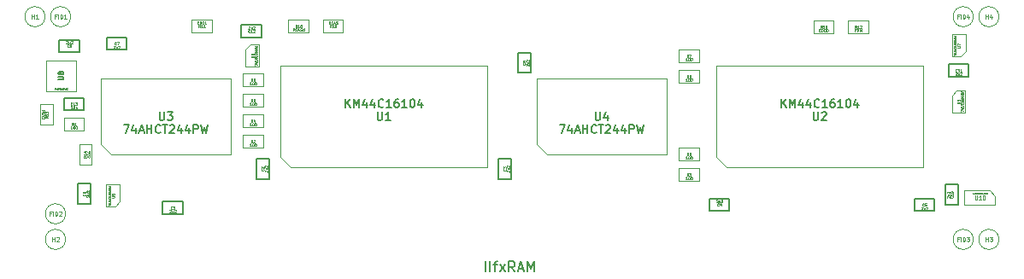
<source format=gbr>
G04 #@! TF.GenerationSoftware,KiCad,Pcbnew,(5.1.10-1-10_14)*
G04 #@! TF.CreationDate,2021-07-01T19:14:10-04:00*
G04 #@! TF.ProjectId,MacIIfxRAMSIMM,4d616349-4966-4785-9241-4d53494d4d2e,rev?*
G04 #@! TF.SameCoordinates,Original*
G04 #@! TF.FileFunction,Other,Fab,Top*
%FSLAX46Y46*%
G04 Gerber Fmt 4.6, Leading zero omitted, Abs format (unit mm)*
G04 Created by KiCad (PCBNEW (5.1.10-1-10_14)) date 2021-07-01 19:14:10*
%MOMM*%
%LPD*%
G01*
G04 APERTURE LIST*
%ADD10C,0.100000*%
%ADD11C,0.150000*%
%ADD12C,0.127000*%
%ADD13C,0.031750*%
%ADD14C,0.203200*%
%ADD15C,0.063500*%
%ADD16C,0.047625*%
%ADD17C,0.095250*%
G04 APERTURE END LIST*
D10*
X74500000Y-111250000D02*
X74500000Y-108250000D01*
X77500000Y-108250000D02*
X77500000Y-111250000D01*
X74500000Y-108250000D02*
X77500000Y-108250000D01*
X77500000Y-111250000D02*
X74500000Y-111250000D01*
X140882500Y-117809500D02*
X140882500Y-108774500D01*
X140882500Y-108774500D02*
X161377500Y-108774500D01*
X161377500Y-108774500D02*
X161377500Y-118809500D01*
X161377500Y-118809500D02*
X141882500Y-118809500D01*
X141882500Y-118809500D02*
X140882500Y-117809500D01*
X97702500Y-117809500D02*
X97702500Y-108774500D01*
X97702500Y-108774500D02*
X118197500Y-108774500D01*
X118197500Y-108774500D02*
X118197500Y-118809500D01*
X118197500Y-118809500D02*
X98702500Y-118809500D01*
X98702500Y-118809500D02*
X97702500Y-117809500D01*
X153940000Y-105527000D02*
X153940000Y-104277000D01*
X153940000Y-104277000D02*
X155940000Y-104277000D01*
X155940000Y-104277000D02*
X155940000Y-105527000D01*
X155940000Y-105527000D02*
X153940000Y-105527000D01*
X90916000Y-104213500D02*
X90916000Y-105463500D01*
X90916000Y-105463500D02*
X88916000Y-105463500D01*
X88916000Y-105463500D02*
X88916000Y-104213500D01*
X88916000Y-104213500D02*
X90916000Y-104213500D01*
D11*
X95850000Y-104725000D02*
X95850000Y-105975000D01*
X95850000Y-105975000D02*
X93850000Y-105975000D01*
X93850000Y-105975000D02*
X93850000Y-104725000D01*
X93850000Y-104725000D02*
X95850000Y-104725000D01*
D10*
X98504500Y-105463500D02*
X98504500Y-104213500D01*
X98504500Y-104213500D02*
X100504500Y-104213500D01*
X100504500Y-104213500D02*
X100504500Y-105463500D01*
X100504500Y-105463500D02*
X98504500Y-105463500D01*
X101933500Y-104213500D02*
X103933500Y-104213500D01*
X101933500Y-105463500D02*
X101933500Y-104213500D01*
X103933500Y-105463500D02*
X101933500Y-105463500D01*
X103933500Y-104213500D02*
X103933500Y-105463500D01*
X152511000Y-105527000D02*
X150511000Y-105527000D01*
X152511000Y-104277000D02*
X152511000Y-105527000D01*
X150511000Y-104277000D02*
X152511000Y-104277000D01*
X150511000Y-105527000D02*
X150511000Y-104277000D01*
X95620000Y-106650000D02*
X94770000Y-106650000D01*
X94270000Y-107150000D02*
X94270000Y-108850000D01*
X95620000Y-106650000D02*
X95620000Y-108850000D01*
X95620000Y-108850000D02*
X94270000Y-108850000D01*
X94770000Y-106650000D02*
X94270000Y-107150000D01*
X74406000Y-103886000D02*
G75*
G03*
X74406000Y-103886000I-1000000J0D01*
G01*
X79025000Y-116550000D02*
X79025000Y-118550000D01*
X77775000Y-116550000D02*
X79025000Y-116550000D01*
X77775000Y-118550000D02*
X77775000Y-116550000D01*
X79025000Y-118550000D02*
X77775000Y-118550000D01*
X73925000Y-112600000D02*
X75175000Y-112600000D01*
X75175000Y-112600000D02*
X75175000Y-114600000D01*
X75175000Y-114600000D02*
X73925000Y-114600000D01*
X73925000Y-114600000D02*
X73925000Y-112600000D01*
D11*
X163575000Y-120550000D02*
X164825000Y-120550000D01*
X164825000Y-120550000D02*
X164825000Y-122550000D01*
X164825000Y-122550000D02*
X163575000Y-122550000D01*
X163575000Y-122550000D02*
X163575000Y-120550000D01*
X86050000Y-123475000D02*
X86050000Y-122225000D01*
X86050000Y-122225000D02*
X88050000Y-122225000D01*
X88050000Y-122225000D02*
X88050000Y-123475000D01*
X88050000Y-123475000D02*
X86050000Y-123475000D01*
D10*
X167950000Y-121150000D02*
X165500000Y-121150000D01*
X168520000Y-121700000D02*
X168520000Y-122550000D01*
X167950000Y-121150000D02*
X168520000Y-121700000D01*
X168520000Y-122550000D02*
X165480000Y-122550000D01*
X165480000Y-121150000D02*
X165480000Y-122550000D01*
X123140000Y-116542000D02*
X123140000Y-110042000D01*
X123140000Y-110042000D02*
X135940000Y-110042000D01*
X135940000Y-110042000D02*
X135940000Y-117542000D01*
X135940000Y-117542000D02*
X124140000Y-117542000D01*
X124140000Y-117542000D02*
X123140000Y-116542000D01*
D11*
X165900000Y-109825000D02*
X163900000Y-109825000D01*
X165900000Y-108575000D02*
X165900000Y-109825000D01*
X163900000Y-108575000D02*
X165900000Y-108575000D01*
X163900000Y-109825000D02*
X163900000Y-108575000D01*
X142199500Y-121930000D02*
X142199500Y-123180000D01*
X142199500Y-123180000D02*
X140199500Y-123180000D01*
X140199500Y-123180000D02*
X140199500Y-121930000D01*
X140199500Y-121930000D02*
X142199500Y-121930000D01*
D10*
X76946000Y-103886000D02*
G75*
G03*
X76946000Y-103886000I-1000000J0D01*
G01*
X137176000Y-120195500D02*
X137176000Y-118945500D01*
X137176000Y-118945500D02*
X139176000Y-118945500D01*
X139176000Y-118945500D02*
X139176000Y-120195500D01*
X139176000Y-120195500D02*
X137176000Y-120195500D01*
X139176000Y-118163500D02*
X137176000Y-118163500D01*
X139176000Y-116913500D02*
X139176000Y-118163500D01*
X137176000Y-116913500D02*
X139176000Y-116913500D01*
X137176000Y-118163500D02*
X137176000Y-116913500D01*
X139176000Y-108384500D02*
X137176000Y-108384500D01*
X139176000Y-107134500D02*
X139176000Y-108384500D01*
X137176000Y-107134500D02*
X139176000Y-107134500D01*
X137176000Y-108384500D02*
X137176000Y-107134500D01*
X137176000Y-110416500D02*
X137176000Y-109166500D01*
X137176000Y-109166500D02*
X139176000Y-109166500D01*
X139176000Y-109166500D02*
X139176000Y-110416500D01*
X139176000Y-110416500D02*
X137176000Y-110416500D01*
X95996000Y-110797500D02*
X93996000Y-110797500D01*
X95996000Y-109547500D02*
X95996000Y-110797500D01*
X93996000Y-109547500D02*
X95996000Y-109547500D01*
X93996000Y-110797500D02*
X93996000Y-109547500D01*
X95996000Y-114861500D02*
X93996000Y-114861500D01*
X95996000Y-113611500D02*
X95996000Y-114861500D01*
X93996000Y-113611500D02*
X95996000Y-113611500D01*
X93996000Y-114861500D02*
X93996000Y-113611500D01*
X93996000Y-116893500D02*
X93996000Y-115643500D01*
X93996000Y-115643500D02*
X95996000Y-115643500D01*
X95996000Y-115643500D02*
X95996000Y-116893500D01*
X95996000Y-116893500D02*
X93996000Y-116893500D01*
X95996000Y-112829500D02*
X93996000Y-112829500D01*
X95996000Y-111579500D02*
X95996000Y-112829500D01*
X93996000Y-111579500D02*
X95996000Y-111579500D01*
X93996000Y-112829500D02*
X93996000Y-111579500D01*
X76438000Y-123444000D02*
G75*
G03*
X76438000Y-123444000I-1000000J0D01*
G01*
X166354000Y-125984000D02*
G75*
G03*
X166354000Y-125984000I-1000000J0D01*
G01*
X166354000Y-103886000D02*
G75*
G03*
X166354000Y-103886000I-1000000J0D01*
G01*
X76438000Y-125984000D02*
G75*
G03*
X76438000Y-125984000I-1000000J0D01*
G01*
X168894000Y-125984000D02*
G75*
G03*
X168894000Y-125984000I-1000000J0D01*
G01*
X168894000Y-103886000D02*
G75*
G03*
X168894000Y-103886000I-1000000J0D01*
G01*
X164720000Y-111200000D02*
X164220000Y-111700000D01*
X165570000Y-113400000D02*
X164220000Y-113400000D01*
X165570000Y-111200000D02*
X165570000Y-113400000D01*
X164220000Y-111700000D02*
X164220000Y-113400000D01*
X165570000Y-111200000D02*
X164720000Y-111200000D01*
X80480000Y-122750000D02*
X81330000Y-122750000D01*
X81830000Y-122250000D02*
X81830000Y-120550000D01*
X80480000Y-122750000D02*
X80480000Y-120550000D01*
X80480000Y-120550000D02*
X81830000Y-120550000D01*
X81330000Y-122750000D02*
X81830000Y-122250000D01*
X164230000Y-107850000D02*
X165080000Y-107850000D01*
X165580000Y-107350000D02*
X165580000Y-105650000D01*
X164230000Y-107850000D02*
X164230000Y-105650000D01*
X164230000Y-105650000D02*
X165580000Y-105650000D01*
X165080000Y-107850000D02*
X165580000Y-107350000D01*
X80960000Y-117542000D02*
X79960000Y-116542000D01*
X92760000Y-117542000D02*
X80960000Y-117542000D01*
X92760000Y-110042000D02*
X92760000Y-117542000D01*
X79960000Y-110042000D02*
X92760000Y-110042000D01*
X79960000Y-116542000D02*
X79960000Y-110042000D01*
X78250000Y-115175000D02*
X76250000Y-115175000D01*
X78250000Y-113925000D02*
X78250000Y-115175000D01*
X76250000Y-113925000D02*
X78250000Y-113925000D01*
X76250000Y-115175000D02*
X76250000Y-113925000D01*
D11*
X96573500Y-117974500D02*
X96573500Y-119974500D01*
X95323500Y-117974500D02*
X96573500Y-117974500D01*
X95323500Y-119974500D02*
X95323500Y-117974500D01*
X96573500Y-119974500D02*
X95323500Y-119974500D01*
X120576500Y-117974500D02*
X120576500Y-119974500D01*
X119326500Y-117974500D02*
X120576500Y-117974500D01*
X119326500Y-119974500D02*
X119326500Y-117974500D01*
X120576500Y-119974500D02*
X119326500Y-119974500D01*
X160505000Y-123180000D02*
X160505000Y-121930000D01*
X160505000Y-121930000D02*
X162505000Y-121930000D01*
X162505000Y-121930000D02*
X162505000Y-123180000D01*
X162505000Y-123180000D02*
X160505000Y-123180000D01*
X82495000Y-107178000D02*
X80495000Y-107178000D01*
X82495000Y-105928000D02*
X82495000Y-107178000D01*
X80495000Y-105928000D02*
X82495000Y-105928000D01*
X80495000Y-107178000D02*
X80495000Y-105928000D01*
X122481500Y-107458000D02*
X122481500Y-109458000D01*
X121231500Y-107458000D02*
X122481500Y-107458000D01*
X121231500Y-109458000D02*
X121231500Y-107458000D01*
X122481500Y-109458000D02*
X121231500Y-109458000D01*
X76250000Y-113175000D02*
X76250000Y-111925000D01*
X76250000Y-111925000D02*
X78250000Y-111925000D01*
X78250000Y-111925000D02*
X78250000Y-113175000D01*
X78250000Y-113175000D02*
X76250000Y-113175000D01*
X78925000Y-122450000D02*
X77675000Y-122450000D01*
X77675000Y-122450000D02*
X77675000Y-120450000D01*
X77675000Y-120450000D02*
X78925000Y-120450000D01*
X78925000Y-120450000D02*
X78925000Y-122450000D01*
X75800000Y-106175000D02*
X77800000Y-106175000D01*
X75800000Y-107425000D02*
X75800000Y-106175000D01*
X77800000Y-107425000D02*
X75800000Y-107425000D01*
X77800000Y-106175000D02*
X77800000Y-107425000D01*
D12*
X75721809Y-110137047D02*
X76133047Y-110137047D01*
X76181428Y-110112857D01*
X76205619Y-110088666D01*
X76229809Y-110040285D01*
X76229809Y-109943523D01*
X76205619Y-109895142D01*
X76181428Y-109870952D01*
X76133047Y-109846761D01*
X75721809Y-109846761D01*
X75939523Y-109532285D02*
X75915333Y-109580666D01*
X75891142Y-109604857D01*
X75842761Y-109629047D01*
X75818571Y-109629047D01*
X75770190Y-109604857D01*
X75746000Y-109580666D01*
X75721809Y-109532285D01*
X75721809Y-109435523D01*
X75746000Y-109387142D01*
X75770190Y-109362952D01*
X75818571Y-109338761D01*
X75842761Y-109338761D01*
X75891142Y-109362952D01*
X75915333Y-109387142D01*
X75939523Y-109435523D01*
X75939523Y-109532285D01*
X75963714Y-109580666D01*
X75987904Y-109604857D01*
X76036285Y-109629047D01*
X76133047Y-109629047D01*
X76181428Y-109604857D01*
X76205619Y-109580666D01*
X76229809Y-109532285D01*
X76229809Y-109435523D01*
X76205619Y-109387142D01*
X76181428Y-109362952D01*
X76133047Y-109338761D01*
X76036285Y-109338761D01*
X75987904Y-109362952D01*
X75963714Y-109387142D01*
X75939523Y-109435523D01*
D13*
X75355928Y-110980452D02*
X75440595Y-110980452D01*
X75386166Y-111107452D01*
X75543404Y-111022785D02*
X75543404Y-111107452D01*
X75513166Y-110974404D02*
X75482928Y-111065119D01*
X75561547Y-111065119D01*
X75670404Y-111107452D02*
X75609928Y-111107452D01*
X75609928Y-110980452D01*
X75694595Y-110980452D02*
X75736928Y-111107452D01*
X75779261Y-110980452D01*
X75894166Y-111095357D02*
X75888119Y-111101404D01*
X75869976Y-111107452D01*
X75857880Y-111107452D01*
X75839738Y-111101404D01*
X75827642Y-111089309D01*
X75821595Y-111077214D01*
X75815547Y-111053023D01*
X75815547Y-111034880D01*
X75821595Y-111010690D01*
X75827642Y-110998595D01*
X75839738Y-110986500D01*
X75857880Y-110980452D01*
X75869976Y-110980452D01*
X75888119Y-110986500D01*
X75894166Y-110992547D01*
X76015119Y-111107452D02*
X75942547Y-111107452D01*
X75978833Y-111107452D02*
X75978833Y-110980452D01*
X75966738Y-110998595D01*
X75954642Y-111010690D01*
X75942547Y-111016738D01*
X76136071Y-110986500D02*
X76123976Y-110980452D01*
X76105833Y-110980452D01*
X76087690Y-110986500D01*
X76075595Y-110998595D01*
X76069547Y-111010690D01*
X76063500Y-111034880D01*
X76063500Y-111053023D01*
X76069547Y-111077214D01*
X76075595Y-111089309D01*
X76087690Y-111101404D01*
X76105833Y-111107452D01*
X76117928Y-111107452D01*
X76136071Y-111101404D01*
X76142119Y-111095357D01*
X76142119Y-111053023D01*
X76117928Y-111053023D01*
X76184452Y-110980452D02*
X76269119Y-110980452D01*
X76214690Y-111107452D01*
X76371928Y-111022785D02*
X76371928Y-111107452D01*
X76341690Y-110974404D02*
X76311452Y-111065119D01*
X76390071Y-111065119D01*
X76438452Y-111107452D02*
X76438452Y-110980452D01*
X76468690Y-110980452D01*
X76486833Y-110986500D01*
X76498928Y-110998595D01*
X76504976Y-111010690D01*
X76511023Y-111034880D01*
X76511023Y-111053023D01*
X76504976Y-111077214D01*
X76498928Y-111089309D01*
X76486833Y-111101404D01*
X76468690Y-111107452D01*
X76438452Y-111107452D01*
X76638023Y-111095357D02*
X76631976Y-111101404D01*
X76613833Y-111107452D01*
X76601738Y-111107452D01*
X76583595Y-111101404D01*
X76571500Y-111089309D01*
X76565452Y-111077214D01*
X76559404Y-111053023D01*
X76559404Y-111034880D01*
X76565452Y-111010690D01*
X76571500Y-110998595D01*
X76583595Y-110986500D01*
X76601738Y-110980452D01*
X76613833Y-110980452D01*
X76631976Y-110986500D01*
X76638023Y-110992547D01*
D14*
X150510723Y-113346895D02*
X150510723Y-114004876D01*
X150549428Y-114082285D01*
X150588133Y-114120990D01*
X150665542Y-114159695D01*
X150820361Y-114159695D01*
X150897771Y-114120990D01*
X150936476Y-114082285D01*
X150975180Y-114004876D01*
X150975180Y-113346895D01*
X151323523Y-113424304D02*
X151362228Y-113385600D01*
X151439638Y-113346895D01*
X151633161Y-113346895D01*
X151710571Y-113385600D01*
X151749276Y-113424304D01*
X151787980Y-113501714D01*
X151787980Y-113579123D01*
X151749276Y-113695238D01*
X151284819Y-114159695D01*
X151787980Y-114159695D01*
X147336933Y-112889695D02*
X147336933Y-112076895D01*
X147801390Y-112889695D02*
X147453047Y-112425238D01*
X147801390Y-112076895D02*
X147336933Y-112541352D01*
X148149733Y-112889695D02*
X148149733Y-112076895D01*
X148420666Y-112657466D01*
X148691600Y-112076895D01*
X148691600Y-112889695D01*
X149426990Y-112347828D02*
X149426990Y-112889695D01*
X149233466Y-112038190D02*
X149039942Y-112618761D01*
X149543104Y-112618761D01*
X150201085Y-112347828D02*
X150201085Y-112889695D01*
X150007561Y-112038190D02*
X149814038Y-112618761D01*
X150317200Y-112618761D01*
X151091295Y-112812285D02*
X151052590Y-112850990D01*
X150936476Y-112889695D01*
X150859066Y-112889695D01*
X150742952Y-112850990D01*
X150665542Y-112773580D01*
X150626838Y-112696171D01*
X150588133Y-112541352D01*
X150588133Y-112425238D01*
X150626838Y-112270419D01*
X150665542Y-112193009D01*
X150742952Y-112115600D01*
X150859066Y-112076895D01*
X150936476Y-112076895D01*
X151052590Y-112115600D01*
X151091295Y-112154304D01*
X151865390Y-112889695D02*
X151400933Y-112889695D01*
X151633161Y-112889695D02*
X151633161Y-112076895D01*
X151555752Y-112193009D01*
X151478342Y-112270419D01*
X151400933Y-112309123D01*
X152562076Y-112076895D02*
X152407257Y-112076895D01*
X152329847Y-112115600D01*
X152291142Y-112154304D01*
X152213733Y-112270419D01*
X152175028Y-112425238D01*
X152175028Y-112734876D01*
X152213733Y-112812285D01*
X152252438Y-112850990D01*
X152329847Y-112889695D01*
X152484666Y-112889695D01*
X152562076Y-112850990D01*
X152600780Y-112812285D01*
X152639485Y-112734876D01*
X152639485Y-112541352D01*
X152600780Y-112463942D01*
X152562076Y-112425238D01*
X152484666Y-112386533D01*
X152329847Y-112386533D01*
X152252438Y-112425238D01*
X152213733Y-112463942D01*
X152175028Y-112541352D01*
X153413580Y-112889695D02*
X152949123Y-112889695D01*
X153181352Y-112889695D02*
X153181352Y-112076895D01*
X153103942Y-112193009D01*
X153026533Y-112270419D01*
X152949123Y-112309123D01*
X153916742Y-112076895D02*
X153994152Y-112076895D01*
X154071561Y-112115600D01*
X154110266Y-112154304D01*
X154148971Y-112231714D01*
X154187676Y-112386533D01*
X154187676Y-112580057D01*
X154148971Y-112734876D01*
X154110266Y-112812285D01*
X154071561Y-112850990D01*
X153994152Y-112889695D01*
X153916742Y-112889695D01*
X153839333Y-112850990D01*
X153800628Y-112812285D01*
X153761923Y-112734876D01*
X153723219Y-112580057D01*
X153723219Y-112386533D01*
X153761923Y-112231714D01*
X153800628Y-112154304D01*
X153839333Y-112115600D01*
X153916742Y-112076895D01*
X154884361Y-112347828D02*
X154884361Y-112889695D01*
X154690838Y-112038190D02*
X154497314Y-112618761D01*
X155000476Y-112618761D01*
X107330723Y-113346895D02*
X107330723Y-114004876D01*
X107369428Y-114082285D01*
X107408133Y-114120990D01*
X107485542Y-114159695D01*
X107640361Y-114159695D01*
X107717771Y-114120990D01*
X107756476Y-114082285D01*
X107795180Y-114004876D01*
X107795180Y-113346895D01*
X108607980Y-114159695D02*
X108143523Y-114159695D01*
X108375752Y-114159695D02*
X108375752Y-113346895D01*
X108298342Y-113463009D01*
X108220933Y-113540419D01*
X108143523Y-113579123D01*
X104156933Y-112889695D02*
X104156933Y-112076895D01*
X104621390Y-112889695D02*
X104273047Y-112425238D01*
X104621390Y-112076895D02*
X104156933Y-112541352D01*
X104969733Y-112889695D02*
X104969733Y-112076895D01*
X105240666Y-112657466D01*
X105511600Y-112076895D01*
X105511600Y-112889695D01*
X106246990Y-112347828D02*
X106246990Y-112889695D01*
X106053466Y-112038190D02*
X105859942Y-112618761D01*
X106363104Y-112618761D01*
X107021085Y-112347828D02*
X107021085Y-112889695D01*
X106827561Y-112038190D02*
X106634038Y-112618761D01*
X107137200Y-112618761D01*
X107911295Y-112812285D02*
X107872590Y-112850990D01*
X107756476Y-112889695D01*
X107679066Y-112889695D01*
X107562952Y-112850990D01*
X107485542Y-112773580D01*
X107446838Y-112696171D01*
X107408133Y-112541352D01*
X107408133Y-112425238D01*
X107446838Y-112270419D01*
X107485542Y-112193009D01*
X107562952Y-112115600D01*
X107679066Y-112076895D01*
X107756476Y-112076895D01*
X107872590Y-112115600D01*
X107911295Y-112154304D01*
X108685390Y-112889695D02*
X108220933Y-112889695D01*
X108453161Y-112889695D02*
X108453161Y-112076895D01*
X108375752Y-112193009D01*
X108298342Y-112270419D01*
X108220933Y-112309123D01*
X109382076Y-112076895D02*
X109227257Y-112076895D01*
X109149847Y-112115600D01*
X109111142Y-112154304D01*
X109033733Y-112270419D01*
X108995028Y-112425238D01*
X108995028Y-112734876D01*
X109033733Y-112812285D01*
X109072438Y-112850990D01*
X109149847Y-112889695D01*
X109304666Y-112889695D01*
X109382076Y-112850990D01*
X109420780Y-112812285D01*
X109459485Y-112734876D01*
X109459485Y-112541352D01*
X109420780Y-112463942D01*
X109382076Y-112425238D01*
X109304666Y-112386533D01*
X109149847Y-112386533D01*
X109072438Y-112425238D01*
X109033733Y-112463942D01*
X108995028Y-112541352D01*
X110233580Y-112889695D02*
X109769123Y-112889695D01*
X110001352Y-112889695D02*
X110001352Y-112076895D01*
X109923942Y-112193009D01*
X109846533Y-112270419D01*
X109769123Y-112309123D01*
X110736742Y-112076895D02*
X110814152Y-112076895D01*
X110891561Y-112115600D01*
X110930266Y-112154304D01*
X110968971Y-112231714D01*
X111007676Y-112386533D01*
X111007676Y-112580057D01*
X110968971Y-112734876D01*
X110930266Y-112812285D01*
X110891561Y-112850990D01*
X110814152Y-112889695D01*
X110736742Y-112889695D01*
X110659333Y-112850990D01*
X110620628Y-112812285D01*
X110581923Y-112734876D01*
X110543219Y-112580057D01*
X110543219Y-112386533D01*
X110581923Y-112231714D01*
X110620628Y-112154304D01*
X110659333Y-112115600D01*
X110736742Y-112076895D01*
X111704361Y-112347828D02*
X111704361Y-112889695D01*
X111510838Y-112038190D02*
X111317314Y-112618761D01*
X111820476Y-112618761D01*
D15*
X154776714Y-105016904D02*
X154692047Y-104895952D01*
X154631571Y-105016904D02*
X154631571Y-104762904D01*
X154728333Y-104762904D01*
X154752523Y-104775000D01*
X154764619Y-104787095D01*
X154776714Y-104811285D01*
X154776714Y-104847571D01*
X154764619Y-104871761D01*
X154752523Y-104883857D01*
X154728333Y-104895952D01*
X154631571Y-104895952D01*
X155018619Y-105016904D02*
X154873476Y-105016904D01*
X154946047Y-105016904D02*
X154946047Y-104762904D01*
X154921857Y-104799190D01*
X154897666Y-104823380D01*
X154873476Y-104835476D01*
X155115380Y-104787095D02*
X155127476Y-104775000D01*
X155151666Y-104762904D01*
X155212142Y-104762904D01*
X155236333Y-104775000D01*
X155248428Y-104787095D01*
X155260523Y-104811285D01*
X155260523Y-104835476D01*
X155248428Y-104871761D01*
X155103285Y-105016904D01*
X155260523Y-105016904D01*
X154704142Y-105233857D02*
X154619476Y-105233857D01*
X154619476Y-105366904D02*
X154619476Y-105112904D01*
X154740428Y-105112904D01*
X154837190Y-105366904D02*
X154837190Y-105112904D01*
X154933952Y-105112904D01*
X154958142Y-105125000D01*
X154970238Y-105137095D01*
X154982333Y-105161285D01*
X154982333Y-105197571D01*
X154970238Y-105221761D01*
X154958142Y-105233857D01*
X154933952Y-105245952D01*
X154837190Y-105245952D01*
X155091190Y-105366904D02*
X155091190Y-105112904D01*
X155175857Y-105294333D01*
X155260523Y-105112904D01*
X155260523Y-105366904D01*
X89752714Y-104953404D02*
X89668047Y-104832452D01*
X89607571Y-104953404D02*
X89607571Y-104699404D01*
X89704333Y-104699404D01*
X89728523Y-104711500D01*
X89740619Y-104723595D01*
X89752714Y-104747785D01*
X89752714Y-104784071D01*
X89740619Y-104808261D01*
X89728523Y-104820357D01*
X89704333Y-104832452D01*
X89607571Y-104832452D01*
X89994619Y-104953404D02*
X89849476Y-104953404D01*
X89922047Y-104953404D02*
X89922047Y-104699404D01*
X89897857Y-104735690D01*
X89873666Y-104759880D01*
X89849476Y-104771976D01*
X90236523Y-104953404D02*
X90091380Y-104953404D01*
X90163952Y-104953404D02*
X90163952Y-104699404D01*
X90139761Y-104735690D01*
X90115571Y-104759880D01*
X90091380Y-104771976D01*
X89480571Y-104470357D02*
X89565238Y-104470357D01*
X89601523Y-104603404D02*
X89480571Y-104603404D01*
X89480571Y-104349404D01*
X89601523Y-104349404D01*
X89710380Y-104603404D02*
X89710380Y-104349404D01*
X89770857Y-104349404D01*
X89807142Y-104361500D01*
X89831333Y-104385690D01*
X89843428Y-104409880D01*
X89855523Y-104458261D01*
X89855523Y-104494547D01*
X89843428Y-104542928D01*
X89831333Y-104567119D01*
X89807142Y-104591309D01*
X89770857Y-104603404D01*
X89710380Y-104603404D01*
X90012761Y-104349404D02*
X90061142Y-104349404D01*
X90085333Y-104361500D01*
X90109523Y-104385690D01*
X90121619Y-104434071D01*
X90121619Y-104518738D01*
X90109523Y-104567119D01*
X90085333Y-104591309D01*
X90061142Y-104603404D01*
X90012761Y-104603404D01*
X89988571Y-104591309D01*
X89964380Y-104567119D01*
X89952285Y-104518738D01*
X89952285Y-104434071D01*
X89964380Y-104385690D01*
X89988571Y-104361500D01*
X90012761Y-104349404D01*
X90363523Y-104603404D02*
X90218380Y-104603404D01*
X90290952Y-104603404D02*
X90290952Y-104349404D01*
X90266761Y-104385690D01*
X90242571Y-104409880D01*
X90218380Y-104421976D01*
X94686714Y-105440714D02*
X94674619Y-105452809D01*
X94638333Y-105464904D01*
X94614142Y-105464904D01*
X94577857Y-105452809D01*
X94553666Y-105428619D01*
X94541571Y-105404428D01*
X94529476Y-105356047D01*
X94529476Y-105319761D01*
X94541571Y-105271380D01*
X94553666Y-105247190D01*
X94577857Y-105223000D01*
X94614142Y-105210904D01*
X94638333Y-105210904D01*
X94674619Y-105223000D01*
X94686714Y-105235095D01*
X94928619Y-105464904D02*
X94783476Y-105464904D01*
X94856047Y-105464904D02*
X94856047Y-105210904D01*
X94831857Y-105247190D01*
X94807666Y-105271380D01*
X94783476Y-105283476D01*
X95025380Y-105235095D02*
X95037476Y-105223000D01*
X95061666Y-105210904D01*
X95122142Y-105210904D01*
X95146333Y-105223000D01*
X95158428Y-105235095D01*
X95170523Y-105259285D01*
X95170523Y-105283476D01*
X95158428Y-105319761D01*
X95013285Y-105464904D01*
X95170523Y-105464904D01*
X94541571Y-104885095D02*
X94553666Y-104873000D01*
X94577857Y-104860904D01*
X94638333Y-104860904D01*
X94662523Y-104873000D01*
X94674619Y-104885095D01*
X94686714Y-104909285D01*
X94686714Y-104933476D01*
X94674619Y-104969761D01*
X94529476Y-105114904D01*
X94686714Y-105114904D01*
X94904428Y-104945571D02*
X94904428Y-105114904D01*
X94795571Y-104945571D02*
X94795571Y-105078619D01*
X94807666Y-105102809D01*
X94831857Y-105114904D01*
X94868142Y-105114904D01*
X94892333Y-105102809D01*
X94904428Y-105090714D01*
X95013285Y-104885095D02*
X95025380Y-104873000D01*
X95049571Y-104860904D01*
X95110047Y-104860904D01*
X95134238Y-104873000D01*
X95146333Y-104885095D01*
X95158428Y-104909285D01*
X95158428Y-104933476D01*
X95146333Y-104969761D01*
X95001190Y-105114904D01*
X95158428Y-105114904D01*
X99341214Y-104953404D02*
X99256547Y-104832452D01*
X99196071Y-104953404D02*
X99196071Y-104699404D01*
X99292833Y-104699404D01*
X99317023Y-104711500D01*
X99329119Y-104723595D01*
X99341214Y-104747785D01*
X99341214Y-104784071D01*
X99329119Y-104808261D01*
X99317023Y-104820357D01*
X99292833Y-104832452D01*
X99196071Y-104832452D01*
X99583119Y-104953404D02*
X99437976Y-104953404D01*
X99510547Y-104953404D02*
X99510547Y-104699404D01*
X99486357Y-104735690D01*
X99462166Y-104759880D01*
X99437976Y-104771976D01*
X99800833Y-104699404D02*
X99752452Y-104699404D01*
X99728261Y-104711500D01*
X99716166Y-104723595D01*
X99691976Y-104759880D01*
X99679880Y-104808261D01*
X99679880Y-104905023D01*
X99691976Y-104929214D01*
X99704071Y-104941309D01*
X99728261Y-104953404D01*
X99776642Y-104953404D01*
X99800833Y-104941309D01*
X99812928Y-104929214D01*
X99825023Y-104905023D01*
X99825023Y-104844547D01*
X99812928Y-104820357D01*
X99800833Y-104808261D01*
X99776642Y-104796166D01*
X99728261Y-104796166D01*
X99704071Y-104808261D01*
X99691976Y-104820357D01*
X99679880Y-104844547D01*
X99111404Y-105303404D02*
X99026738Y-105182452D01*
X98966261Y-105303404D02*
X98966261Y-105049404D01*
X99063023Y-105049404D01*
X99087214Y-105061500D01*
X99099309Y-105073595D01*
X99111404Y-105097785D01*
X99111404Y-105134071D01*
X99099309Y-105158261D01*
X99087214Y-105170357D01*
X99063023Y-105182452D01*
X98966261Y-105182452D01*
X99365404Y-105279214D02*
X99353309Y-105291309D01*
X99317023Y-105303404D01*
X99292833Y-105303404D01*
X99256547Y-105291309D01*
X99232357Y-105267119D01*
X99220261Y-105242928D01*
X99208166Y-105194547D01*
X99208166Y-105158261D01*
X99220261Y-105109880D01*
X99232357Y-105085690D01*
X99256547Y-105061500D01*
X99292833Y-105049404D01*
X99317023Y-105049404D01*
X99353309Y-105061500D01*
X99365404Y-105073595D01*
X99462166Y-105230833D02*
X99583119Y-105230833D01*
X99437976Y-105303404D02*
X99522642Y-105049404D01*
X99607309Y-105303404D01*
X99679880Y-105291309D02*
X99716166Y-105303404D01*
X99776642Y-105303404D01*
X99800833Y-105291309D01*
X99812928Y-105279214D01*
X99825023Y-105255023D01*
X99825023Y-105230833D01*
X99812928Y-105206642D01*
X99800833Y-105194547D01*
X99776642Y-105182452D01*
X99728261Y-105170357D01*
X99704071Y-105158261D01*
X99691976Y-105146166D01*
X99679880Y-105121976D01*
X99679880Y-105097785D01*
X99691976Y-105073595D01*
X99704071Y-105061500D01*
X99728261Y-105049404D01*
X99788738Y-105049404D01*
X99825023Y-105061500D01*
X100042738Y-105303404D02*
X100042738Y-105049404D01*
X100042738Y-105291309D02*
X100018547Y-105303404D01*
X99970166Y-105303404D01*
X99945976Y-105291309D01*
X99933880Y-105279214D01*
X99921785Y-105255023D01*
X99921785Y-105182452D01*
X99933880Y-105158261D01*
X99945976Y-105146166D01*
X99970166Y-105134071D01*
X100018547Y-105134071D01*
X100042738Y-105146166D01*
X102770214Y-104953404D02*
X102685547Y-104832452D01*
X102625071Y-104953404D02*
X102625071Y-104699404D01*
X102721833Y-104699404D01*
X102746023Y-104711500D01*
X102758119Y-104723595D01*
X102770214Y-104747785D01*
X102770214Y-104784071D01*
X102758119Y-104808261D01*
X102746023Y-104820357D01*
X102721833Y-104832452D01*
X102625071Y-104832452D01*
X103012119Y-104953404D02*
X102866976Y-104953404D01*
X102939547Y-104953404D02*
X102939547Y-104699404D01*
X102915357Y-104735690D01*
X102891166Y-104759880D01*
X102866976Y-104771976D01*
X103241928Y-104699404D02*
X103120976Y-104699404D01*
X103108880Y-104820357D01*
X103120976Y-104808261D01*
X103145166Y-104796166D01*
X103205642Y-104796166D01*
X103229833Y-104808261D01*
X103241928Y-104820357D01*
X103254023Y-104844547D01*
X103254023Y-104905023D01*
X103241928Y-104929214D01*
X103229833Y-104941309D01*
X103205642Y-104953404D01*
X103145166Y-104953404D01*
X103120976Y-104941309D01*
X103108880Y-104929214D01*
X102655309Y-104603404D02*
X102570642Y-104482452D01*
X102510166Y-104603404D02*
X102510166Y-104349404D01*
X102606928Y-104349404D01*
X102631119Y-104361500D01*
X102643214Y-104373595D01*
X102655309Y-104397785D01*
X102655309Y-104434071D01*
X102643214Y-104458261D01*
X102631119Y-104470357D01*
X102606928Y-104482452D01*
X102510166Y-104482452D01*
X102909309Y-104579214D02*
X102897214Y-104591309D01*
X102860928Y-104603404D01*
X102836738Y-104603404D01*
X102800452Y-104591309D01*
X102776261Y-104567119D01*
X102764166Y-104542928D01*
X102752071Y-104494547D01*
X102752071Y-104458261D01*
X102764166Y-104409880D01*
X102776261Y-104385690D01*
X102800452Y-104361500D01*
X102836738Y-104349404D01*
X102860928Y-104349404D01*
X102897214Y-104361500D01*
X102909309Y-104373595D01*
X103006071Y-104530833D02*
X103127023Y-104530833D01*
X102981880Y-104603404D02*
X103066547Y-104349404D01*
X103151214Y-104603404D01*
X103223785Y-104591309D02*
X103260071Y-104603404D01*
X103320547Y-104603404D01*
X103344738Y-104591309D01*
X103356833Y-104579214D01*
X103368928Y-104555023D01*
X103368928Y-104530833D01*
X103356833Y-104506642D01*
X103344738Y-104494547D01*
X103320547Y-104482452D01*
X103272166Y-104470357D01*
X103247976Y-104458261D01*
X103235880Y-104446166D01*
X103223785Y-104421976D01*
X103223785Y-104397785D01*
X103235880Y-104373595D01*
X103247976Y-104361500D01*
X103272166Y-104349404D01*
X103332642Y-104349404D01*
X103368928Y-104361500D01*
X151347714Y-105016904D02*
X151263047Y-104895952D01*
X151202571Y-105016904D02*
X151202571Y-104762904D01*
X151299333Y-104762904D01*
X151323523Y-104775000D01*
X151335619Y-104787095D01*
X151347714Y-104811285D01*
X151347714Y-104847571D01*
X151335619Y-104871761D01*
X151323523Y-104883857D01*
X151299333Y-104895952D01*
X151202571Y-104895952D01*
X151589619Y-105016904D02*
X151444476Y-105016904D01*
X151517047Y-105016904D02*
X151517047Y-104762904D01*
X151492857Y-104799190D01*
X151468666Y-104823380D01*
X151444476Y-104835476D01*
X151746857Y-104762904D02*
X151771047Y-104762904D01*
X151795238Y-104775000D01*
X151807333Y-104787095D01*
X151819428Y-104811285D01*
X151831523Y-104859666D01*
X151831523Y-104920142D01*
X151819428Y-104968523D01*
X151807333Y-104992714D01*
X151795238Y-105004809D01*
X151771047Y-105016904D01*
X151746857Y-105016904D01*
X151722666Y-105004809D01*
X151710571Y-104992714D01*
X151698476Y-104968523D01*
X151686380Y-104920142D01*
X151686380Y-104859666D01*
X151698476Y-104811285D01*
X151710571Y-104787095D01*
X151722666Y-104775000D01*
X151746857Y-104762904D01*
X151075571Y-105233857D02*
X151160238Y-105233857D01*
X151196523Y-105366904D02*
X151075571Y-105366904D01*
X151075571Y-105112904D01*
X151196523Y-105112904D01*
X151305380Y-105366904D02*
X151305380Y-105112904D01*
X151365857Y-105112904D01*
X151402142Y-105125000D01*
X151426333Y-105149190D01*
X151438428Y-105173380D01*
X151450523Y-105221761D01*
X151450523Y-105258047D01*
X151438428Y-105306428D01*
X151426333Y-105330619D01*
X151402142Y-105354809D01*
X151365857Y-105366904D01*
X151305380Y-105366904D01*
X151607761Y-105112904D02*
X151656142Y-105112904D01*
X151680333Y-105125000D01*
X151704523Y-105149190D01*
X151716619Y-105197571D01*
X151716619Y-105282238D01*
X151704523Y-105330619D01*
X151680333Y-105354809D01*
X151656142Y-105366904D01*
X151607761Y-105366904D01*
X151583571Y-105354809D01*
X151559380Y-105330619D01*
X151547285Y-105282238D01*
X151547285Y-105197571D01*
X151559380Y-105149190D01*
X151583571Y-105125000D01*
X151607761Y-105112904D01*
X151873857Y-105112904D02*
X151898047Y-105112904D01*
X151922238Y-105125000D01*
X151934333Y-105137095D01*
X151946428Y-105161285D01*
X151958523Y-105209666D01*
X151958523Y-105270142D01*
X151946428Y-105318523D01*
X151934333Y-105342714D01*
X151922238Y-105354809D01*
X151898047Y-105366904D01*
X151873857Y-105366904D01*
X151849666Y-105354809D01*
X151837571Y-105342714D01*
X151825476Y-105318523D01*
X151813380Y-105270142D01*
X151813380Y-105209666D01*
X151825476Y-105161285D01*
X151837571Y-105137095D01*
X151849666Y-105125000D01*
X151873857Y-105112904D01*
X94810904Y-107943523D02*
X95016523Y-107943523D01*
X95040714Y-107931428D01*
X95052809Y-107919333D01*
X95064904Y-107895142D01*
X95064904Y-107846761D01*
X95052809Y-107822571D01*
X95040714Y-107810476D01*
X95016523Y-107798380D01*
X94810904Y-107798380D01*
X95064904Y-107665333D02*
X95064904Y-107616952D01*
X95052809Y-107592761D01*
X95040714Y-107580666D01*
X95004428Y-107556476D01*
X94956047Y-107544380D01*
X94859285Y-107544380D01*
X94835095Y-107556476D01*
X94823000Y-107568571D01*
X94810904Y-107592761D01*
X94810904Y-107641142D01*
X94823000Y-107665333D01*
X94835095Y-107677428D01*
X94859285Y-107689523D01*
X94919761Y-107689523D01*
X94943952Y-107677428D01*
X94956047Y-107665333D01*
X94968142Y-107641142D01*
X94968142Y-107592761D01*
X94956047Y-107568571D01*
X94943952Y-107556476D01*
X94919761Y-107544380D01*
D16*
X95195678Y-108729714D02*
X95195678Y-108602714D01*
X95386178Y-108684357D01*
X95259178Y-108448500D02*
X95386178Y-108448500D01*
X95186607Y-108493857D02*
X95322678Y-108539214D01*
X95322678Y-108421285D01*
X95386178Y-108258000D02*
X95386178Y-108348714D01*
X95195678Y-108348714D01*
X95195678Y-108221714D02*
X95386178Y-108158214D01*
X95195678Y-108094714D01*
X95368035Y-107922357D02*
X95377107Y-107931428D01*
X95386178Y-107958642D01*
X95386178Y-107976785D01*
X95377107Y-108004000D01*
X95358964Y-108022142D01*
X95340821Y-108031214D01*
X95304535Y-108040285D01*
X95277321Y-108040285D01*
X95241035Y-108031214D01*
X95222892Y-108022142D01*
X95204750Y-108004000D01*
X95195678Y-107976785D01*
X95195678Y-107958642D01*
X95204750Y-107931428D01*
X95213821Y-107922357D01*
X95386178Y-107740928D02*
X95386178Y-107849785D01*
X95386178Y-107795357D02*
X95195678Y-107795357D01*
X95222892Y-107813500D01*
X95241035Y-107831642D01*
X95250107Y-107849785D01*
X95204750Y-107559500D02*
X95195678Y-107577642D01*
X95195678Y-107604857D01*
X95204750Y-107632071D01*
X95222892Y-107650214D01*
X95241035Y-107659285D01*
X95277321Y-107668357D01*
X95304535Y-107668357D01*
X95340821Y-107659285D01*
X95358964Y-107650214D01*
X95377107Y-107632071D01*
X95386178Y-107604857D01*
X95386178Y-107586714D01*
X95377107Y-107559500D01*
X95368035Y-107550428D01*
X95304535Y-107550428D01*
X95304535Y-107586714D01*
X95195678Y-107432500D02*
X95195678Y-107414357D01*
X95204750Y-107396214D01*
X95213821Y-107387142D01*
X95231964Y-107378071D01*
X95268250Y-107369000D01*
X95313607Y-107369000D01*
X95349892Y-107378071D01*
X95368035Y-107387142D01*
X95377107Y-107396214D01*
X95386178Y-107414357D01*
X95386178Y-107432500D01*
X95377107Y-107450642D01*
X95368035Y-107459714D01*
X95349892Y-107468785D01*
X95313607Y-107477857D01*
X95268250Y-107477857D01*
X95231964Y-107468785D01*
X95213821Y-107459714D01*
X95204750Y-107450642D01*
X95195678Y-107432500D01*
X95259178Y-107205714D02*
X95386178Y-107205714D01*
X95186607Y-107251071D02*
X95322678Y-107296428D01*
X95322678Y-107178500D01*
X95204750Y-107006142D02*
X95195678Y-107024285D01*
X95195678Y-107051500D01*
X95204750Y-107078714D01*
X95222892Y-107096857D01*
X95241035Y-107105928D01*
X95277321Y-107115000D01*
X95304535Y-107115000D01*
X95340821Y-107105928D01*
X95358964Y-107096857D01*
X95377107Y-107078714D01*
X95386178Y-107051500D01*
X95386178Y-107033357D01*
X95377107Y-107006142D01*
X95368035Y-106997071D01*
X95304535Y-106997071D01*
X95304535Y-107033357D01*
X95195678Y-106933571D02*
X95386178Y-106888214D01*
X95250107Y-106851928D01*
X95386178Y-106815642D01*
X95195678Y-106770285D01*
D10*
X73101238Y-104066952D02*
X73101238Y-103666952D01*
X73101238Y-103857428D02*
X73329809Y-103857428D01*
X73329809Y-104066952D02*
X73329809Y-103666952D01*
X73729809Y-104066952D02*
X73501238Y-104066952D01*
X73615523Y-104066952D02*
X73615523Y-103666952D01*
X73577428Y-103724095D01*
X73539333Y-103762190D01*
X73501238Y-103781238D01*
D15*
X78514904Y-117713285D02*
X78393952Y-117797952D01*
X78514904Y-117858428D02*
X78260904Y-117858428D01*
X78260904Y-117761666D01*
X78273000Y-117737476D01*
X78285095Y-117725380D01*
X78309285Y-117713285D01*
X78345571Y-117713285D01*
X78369761Y-117725380D01*
X78381857Y-117737476D01*
X78393952Y-117761666D01*
X78393952Y-117858428D01*
X78514904Y-117471380D02*
X78514904Y-117616523D01*
X78514904Y-117543952D02*
X78260904Y-117543952D01*
X78297190Y-117568142D01*
X78321380Y-117592333D01*
X78333476Y-117616523D01*
X78345571Y-117253666D02*
X78514904Y-117253666D01*
X78248809Y-117314142D02*
X78430238Y-117374619D01*
X78430238Y-117217380D01*
X78840714Y-117701190D02*
X78852809Y-117713285D01*
X78864904Y-117749571D01*
X78864904Y-117773761D01*
X78852809Y-117810047D01*
X78828619Y-117834238D01*
X78804428Y-117846333D01*
X78756047Y-117858428D01*
X78719761Y-117858428D01*
X78671380Y-117846333D01*
X78647190Y-117834238D01*
X78623000Y-117810047D01*
X78610904Y-117773761D01*
X78610904Y-117749571D01*
X78623000Y-117713285D01*
X78635095Y-117701190D01*
X78792333Y-117604428D02*
X78792333Y-117483476D01*
X78864904Y-117628619D02*
X78610904Y-117543952D01*
X78864904Y-117459285D01*
X78852809Y-117386714D02*
X78864904Y-117350428D01*
X78864904Y-117289952D01*
X78852809Y-117265761D01*
X78840714Y-117253666D01*
X78816523Y-117241571D01*
X78792333Y-117241571D01*
X78768142Y-117253666D01*
X78756047Y-117265761D01*
X78743952Y-117289952D01*
X78731857Y-117338333D01*
X78719761Y-117362523D01*
X78707666Y-117374619D01*
X78683476Y-117386714D01*
X78659285Y-117386714D01*
X78635095Y-117374619D01*
X78623000Y-117362523D01*
X78610904Y-117338333D01*
X78610904Y-117277857D01*
X78623000Y-117241571D01*
X74664904Y-113763285D02*
X74543952Y-113847952D01*
X74664904Y-113908428D02*
X74410904Y-113908428D01*
X74410904Y-113811666D01*
X74423000Y-113787476D01*
X74435095Y-113775380D01*
X74459285Y-113763285D01*
X74495571Y-113763285D01*
X74519761Y-113775380D01*
X74531857Y-113787476D01*
X74543952Y-113811666D01*
X74543952Y-113908428D01*
X74664904Y-113521380D02*
X74664904Y-113666523D01*
X74664904Y-113593952D02*
X74410904Y-113593952D01*
X74447190Y-113618142D01*
X74471380Y-113642333D01*
X74483476Y-113666523D01*
X74410904Y-113436714D02*
X74410904Y-113279476D01*
X74507666Y-113364142D01*
X74507666Y-113327857D01*
X74519761Y-113303666D01*
X74531857Y-113291571D01*
X74556047Y-113279476D01*
X74616523Y-113279476D01*
X74640714Y-113291571D01*
X74652809Y-113303666D01*
X74664904Y-113327857D01*
X74664904Y-113400428D01*
X74652809Y-113424619D01*
X74640714Y-113436714D01*
X74290714Y-113866095D02*
X74302809Y-113878190D01*
X74314904Y-113914476D01*
X74314904Y-113938666D01*
X74302809Y-113974952D01*
X74278619Y-113999142D01*
X74254428Y-114011238D01*
X74206047Y-114023333D01*
X74169761Y-114023333D01*
X74121380Y-114011238D01*
X74097190Y-113999142D01*
X74073000Y-113974952D01*
X74060904Y-113938666D01*
X74060904Y-113914476D01*
X74073000Y-113878190D01*
X74085095Y-113866095D01*
X74242333Y-113769333D02*
X74242333Y-113648380D01*
X74314904Y-113793523D02*
X74060904Y-113708857D01*
X74314904Y-113624190D01*
X74302809Y-113551619D02*
X74314904Y-113515333D01*
X74314904Y-113454857D01*
X74302809Y-113430666D01*
X74290714Y-113418571D01*
X74266523Y-113406476D01*
X74242333Y-113406476D01*
X74218142Y-113418571D01*
X74206047Y-113430666D01*
X74193952Y-113454857D01*
X74181857Y-113503238D01*
X74169761Y-113527428D01*
X74157666Y-113539523D01*
X74133476Y-113551619D01*
X74109285Y-113551619D01*
X74085095Y-113539523D01*
X74073000Y-113527428D01*
X74060904Y-113503238D01*
X74060904Y-113442761D01*
X74073000Y-113406476D01*
X74314904Y-113188761D02*
X74060904Y-113188761D01*
X74302809Y-113188761D02*
X74314904Y-113212952D01*
X74314904Y-113261333D01*
X74302809Y-113285523D01*
X74290714Y-113297619D01*
X74266523Y-113309714D01*
X74193952Y-113309714D01*
X74169761Y-113297619D01*
X74157666Y-113285523D01*
X74145571Y-113261333D01*
X74145571Y-113212952D01*
X74157666Y-113188761D01*
D11*
X118018228Y-129179580D02*
X118018228Y-128179580D01*
X118494419Y-129179580D02*
X118494419Y-128179580D01*
X118827752Y-128512914D02*
X119208704Y-128512914D01*
X118970609Y-129179580D02*
X118970609Y-128322438D01*
X119018228Y-128227200D01*
X119113466Y-128179580D01*
X119208704Y-128179580D01*
X119446800Y-129179580D02*
X119970609Y-128512914D01*
X119446800Y-128512914D02*
X119970609Y-129179580D01*
X120922990Y-129179580D02*
X120589657Y-128703390D01*
X120351561Y-129179580D02*
X120351561Y-128179580D01*
X120732514Y-128179580D01*
X120827752Y-128227200D01*
X120875371Y-128274819D01*
X120922990Y-128370057D01*
X120922990Y-128512914D01*
X120875371Y-128608152D01*
X120827752Y-128655771D01*
X120732514Y-128703390D01*
X120351561Y-128703390D01*
X121303942Y-128893866D02*
X121780133Y-128893866D01*
X121208704Y-129179580D02*
X121542038Y-128179580D01*
X121875371Y-129179580D01*
X122208704Y-129179580D02*
X122208704Y-128179580D01*
X122542038Y-128893866D01*
X122875371Y-128179580D01*
X122875371Y-129179580D01*
D15*
X164290714Y-121713285D02*
X164302809Y-121725380D01*
X164314904Y-121761666D01*
X164314904Y-121785857D01*
X164302809Y-121822142D01*
X164278619Y-121846333D01*
X164254428Y-121858428D01*
X164206047Y-121870523D01*
X164169761Y-121870523D01*
X164121380Y-121858428D01*
X164097190Y-121846333D01*
X164073000Y-121822142D01*
X164060904Y-121785857D01*
X164060904Y-121761666D01*
X164073000Y-121725380D01*
X164085095Y-121713285D01*
X164314904Y-121471380D02*
X164314904Y-121616523D01*
X164314904Y-121543952D02*
X164060904Y-121543952D01*
X164097190Y-121568142D01*
X164121380Y-121592333D01*
X164133476Y-121616523D01*
X164060904Y-121314142D02*
X164060904Y-121289952D01*
X164073000Y-121265761D01*
X164085095Y-121253666D01*
X164109285Y-121241571D01*
X164157666Y-121229476D01*
X164218142Y-121229476D01*
X164266523Y-121241571D01*
X164290714Y-121253666D01*
X164302809Y-121265761D01*
X164314904Y-121289952D01*
X164314904Y-121314142D01*
X164302809Y-121338333D01*
X164290714Y-121350428D01*
X164266523Y-121362523D01*
X164218142Y-121374619D01*
X164157666Y-121374619D01*
X164109285Y-121362523D01*
X164085095Y-121350428D01*
X164073000Y-121338333D01*
X164060904Y-121314142D01*
X163735095Y-121858428D02*
X163723000Y-121846333D01*
X163710904Y-121822142D01*
X163710904Y-121761666D01*
X163723000Y-121737476D01*
X163735095Y-121725380D01*
X163759285Y-121713285D01*
X163783476Y-121713285D01*
X163819761Y-121725380D01*
X163964904Y-121870523D01*
X163964904Y-121713285D01*
X163795571Y-121495571D02*
X163964904Y-121495571D01*
X163795571Y-121604428D02*
X163928619Y-121604428D01*
X163952809Y-121592333D01*
X163964904Y-121568142D01*
X163964904Y-121531857D01*
X163952809Y-121507666D01*
X163940714Y-121495571D01*
X163735095Y-121386714D02*
X163723000Y-121374619D01*
X163710904Y-121350428D01*
X163710904Y-121289952D01*
X163723000Y-121265761D01*
X163735095Y-121253666D01*
X163759285Y-121241571D01*
X163783476Y-121241571D01*
X163819761Y-121253666D01*
X163964904Y-121398809D01*
X163964904Y-121241571D01*
X87007666Y-122940714D02*
X86995571Y-122952809D01*
X86959285Y-122964904D01*
X86935095Y-122964904D01*
X86898809Y-122952809D01*
X86874619Y-122928619D01*
X86862523Y-122904428D01*
X86850428Y-122856047D01*
X86850428Y-122819761D01*
X86862523Y-122771380D01*
X86874619Y-122747190D01*
X86898809Y-122723000D01*
X86935095Y-122710904D01*
X86959285Y-122710904D01*
X86995571Y-122723000D01*
X87007666Y-122735095D01*
X87249571Y-122964904D02*
X87104428Y-122964904D01*
X87177000Y-122964904D02*
X87177000Y-122710904D01*
X87152809Y-122747190D01*
X87128619Y-122771380D01*
X87104428Y-122783476D01*
X86741571Y-123085095D02*
X86753666Y-123073000D01*
X86777857Y-123060904D01*
X86838333Y-123060904D01*
X86862523Y-123073000D01*
X86874619Y-123085095D01*
X86886714Y-123109285D01*
X86886714Y-123133476D01*
X86874619Y-123169761D01*
X86729476Y-123314904D01*
X86886714Y-123314904D01*
X87104428Y-123145571D02*
X87104428Y-123314904D01*
X86995571Y-123145571D02*
X86995571Y-123278619D01*
X87007666Y-123302809D01*
X87031857Y-123314904D01*
X87068142Y-123314904D01*
X87092333Y-123302809D01*
X87104428Y-123290714D01*
X87213285Y-123085095D02*
X87225380Y-123073000D01*
X87249571Y-123060904D01*
X87310047Y-123060904D01*
X87334238Y-123073000D01*
X87346333Y-123085095D01*
X87358428Y-123109285D01*
X87358428Y-123133476D01*
X87346333Y-123169761D01*
X87201190Y-123314904D01*
X87358428Y-123314904D01*
D17*
X166528285Y-121641357D02*
X166528285Y-121949785D01*
X166546428Y-121986071D01*
X166564571Y-122004214D01*
X166600857Y-122022357D01*
X166673428Y-122022357D01*
X166709714Y-122004214D01*
X166727857Y-121986071D01*
X166746000Y-121949785D01*
X166746000Y-121641357D01*
X167127000Y-122022357D02*
X166909285Y-122022357D01*
X167018142Y-122022357D02*
X167018142Y-121641357D01*
X166981857Y-121695785D01*
X166945571Y-121732071D01*
X166909285Y-121750214D01*
X167362857Y-121641357D02*
X167399142Y-121641357D01*
X167435428Y-121659500D01*
X167453571Y-121677642D01*
X167471714Y-121713928D01*
X167489857Y-121786500D01*
X167489857Y-121877214D01*
X167471714Y-121949785D01*
X167453571Y-121986071D01*
X167435428Y-122004214D01*
X167399142Y-122022357D01*
X167362857Y-122022357D01*
X167326571Y-122004214D01*
X167308428Y-121986071D01*
X167290285Y-121949785D01*
X167272142Y-121877214D01*
X167272142Y-121786500D01*
X167290285Y-121713928D01*
X167308428Y-121677642D01*
X167326571Y-121659500D01*
X167362857Y-121641357D01*
D13*
X166298476Y-121330452D02*
X166383142Y-121457452D01*
X166383142Y-121330452D02*
X166298476Y-121457452D01*
X166504095Y-121445357D02*
X166498047Y-121451404D01*
X166479904Y-121457452D01*
X166467809Y-121457452D01*
X166449666Y-121451404D01*
X166437571Y-121439309D01*
X166431523Y-121427214D01*
X166425476Y-121403023D01*
X166425476Y-121384880D01*
X166431523Y-121360690D01*
X166437571Y-121348595D01*
X166449666Y-121336500D01*
X166467809Y-121330452D01*
X166479904Y-121330452D01*
X166498047Y-121336500D01*
X166504095Y-121342547D01*
X166612952Y-121330452D02*
X166588761Y-121330452D01*
X166576666Y-121336500D01*
X166570619Y-121342547D01*
X166558523Y-121360690D01*
X166552476Y-121384880D01*
X166552476Y-121433261D01*
X166558523Y-121445357D01*
X166564571Y-121451404D01*
X166576666Y-121457452D01*
X166600857Y-121457452D01*
X166612952Y-121451404D01*
X166619000Y-121445357D01*
X166625047Y-121433261D01*
X166625047Y-121403023D01*
X166619000Y-121390928D01*
X166612952Y-121384880D01*
X166600857Y-121378833D01*
X166576666Y-121378833D01*
X166564571Y-121384880D01*
X166558523Y-121390928D01*
X166552476Y-121403023D01*
X166673428Y-121342547D02*
X166679476Y-121336500D01*
X166691571Y-121330452D01*
X166721809Y-121330452D01*
X166733904Y-121336500D01*
X166739952Y-121342547D01*
X166746000Y-121354642D01*
X166746000Y-121366738D01*
X166739952Y-121384880D01*
X166667380Y-121457452D01*
X166746000Y-121457452D01*
X166824619Y-121330452D02*
X166836714Y-121330452D01*
X166848809Y-121336500D01*
X166854857Y-121342547D01*
X166860904Y-121354642D01*
X166866952Y-121378833D01*
X166866952Y-121409071D01*
X166860904Y-121433261D01*
X166854857Y-121445357D01*
X166848809Y-121451404D01*
X166836714Y-121457452D01*
X166824619Y-121457452D01*
X166812523Y-121451404D01*
X166806476Y-121445357D01*
X166800428Y-121433261D01*
X166794380Y-121409071D01*
X166794380Y-121378833D01*
X166800428Y-121354642D01*
X166806476Y-121342547D01*
X166812523Y-121336500D01*
X166824619Y-121330452D01*
X166975809Y-121330452D02*
X166951619Y-121330452D01*
X166939523Y-121336500D01*
X166933476Y-121342547D01*
X166921380Y-121360690D01*
X166915333Y-121384880D01*
X166915333Y-121433261D01*
X166921380Y-121445357D01*
X166927428Y-121451404D01*
X166939523Y-121457452D01*
X166963714Y-121457452D01*
X166975809Y-121451404D01*
X166981857Y-121445357D01*
X166987904Y-121433261D01*
X166987904Y-121403023D01*
X166981857Y-121390928D01*
X166975809Y-121384880D01*
X166963714Y-121378833D01*
X166939523Y-121378833D01*
X166927428Y-121384880D01*
X166921380Y-121390928D01*
X166915333Y-121403023D01*
X167042333Y-121457452D02*
X167042333Y-121330452D01*
X167090714Y-121330452D01*
X167102809Y-121336500D01*
X167108857Y-121342547D01*
X167114904Y-121354642D01*
X167114904Y-121372785D01*
X167108857Y-121384880D01*
X167102809Y-121390928D01*
X167090714Y-121396976D01*
X167042333Y-121396976D01*
X167157238Y-121457452D02*
X167223761Y-121372785D01*
X167157238Y-121372785D02*
X167223761Y-121457452D01*
X167260047Y-121457452D02*
X167326571Y-121372785D01*
X167260047Y-121372785D02*
X167326571Y-121457452D01*
X167362857Y-121457452D02*
X167429380Y-121372785D01*
X167362857Y-121372785D02*
X167429380Y-121457452D01*
X167477761Y-121457452D02*
X167477761Y-121330452D01*
X167520095Y-121421166D01*
X167562428Y-121330452D01*
X167562428Y-121457452D01*
X167695476Y-121457452D02*
X167653142Y-121396976D01*
X167622904Y-121457452D02*
X167622904Y-121330452D01*
X167671285Y-121330452D01*
X167683380Y-121336500D01*
X167689428Y-121342547D01*
X167695476Y-121354642D01*
X167695476Y-121372785D01*
X167689428Y-121384880D01*
X167683380Y-121390928D01*
X167671285Y-121396976D01*
X167622904Y-121396976D01*
D14*
X128920723Y-113346895D02*
X128920723Y-114004876D01*
X128959428Y-114082285D01*
X128998133Y-114120990D01*
X129075542Y-114159695D01*
X129230361Y-114159695D01*
X129307771Y-114120990D01*
X129346476Y-114082285D01*
X129385180Y-114004876D01*
X129385180Y-113346895D01*
X130120571Y-113617828D02*
X130120571Y-114159695D01*
X129927047Y-113308190D02*
X129733523Y-113888761D01*
X130236685Y-113888761D01*
X125359885Y-114616895D02*
X125901752Y-114616895D01*
X125553409Y-115429695D01*
X126559733Y-114887828D02*
X126559733Y-115429695D01*
X126366209Y-114578190D02*
X126172685Y-115158761D01*
X126675847Y-115158761D01*
X126946780Y-115197466D02*
X127333828Y-115197466D01*
X126869371Y-115429695D02*
X127140304Y-114616895D01*
X127411238Y-115429695D01*
X127682171Y-115429695D02*
X127682171Y-114616895D01*
X127682171Y-115003942D02*
X128146628Y-115003942D01*
X128146628Y-115429695D02*
X128146628Y-114616895D01*
X128998133Y-115352285D02*
X128959428Y-115390990D01*
X128843314Y-115429695D01*
X128765904Y-115429695D01*
X128649790Y-115390990D01*
X128572380Y-115313580D01*
X128533676Y-115236171D01*
X128494971Y-115081352D01*
X128494971Y-114965238D01*
X128533676Y-114810419D01*
X128572380Y-114733009D01*
X128649790Y-114655600D01*
X128765904Y-114616895D01*
X128843314Y-114616895D01*
X128959428Y-114655600D01*
X128998133Y-114694304D01*
X129230361Y-114616895D02*
X129694819Y-114616895D01*
X129462590Y-115429695D02*
X129462590Y-114616895D01*
X129927047Y-114694304D02*
X129965752Y-114655600D01*
X130043161Y-114616895D01*
X130236685Y-114616895D01*
X130314095Y-114655600D01*
X130352800Y-114694304D01*
X130391504Y-114771714D01*
X130391504Y-114849123D01*
X130352800Y-114965238D01*
X129888342Y-115429695D01*
X130391504Y-115429695D01*
X131088190Y-114887828D02*
X131088190Y-115429695D01*
X130894666Y-114578190D02*
X130701142Y-115158761D01*
X131204304Y-115158761D01*
X131862285Y-114887828D02*
X131862285Y-115429695D01*
X131668761Y-114578190D02*
X131475238Y-115158761D01*
X131978400Y-115158761D01*
X132288038Y-115429695D02*
X132288038Y-114616895D01*
X132597676Y-114616895D01*
X132675085Y-114655600D01*
X132713790Y-114694304D01*
X132752495Y-114771714D01*
X132752495Y-114887828D01*
X132713790Y-114965238D01*
X132675085Y-115003942D01*
X132597676Y-115042647D01*
X132288038Y-115042647D01*
X133023428Y-114616895D02*
X133216952Y-115429695D01*
X133371771Y-114849123D01*
X133526590Y-115429695D01*
X133720114Y-114616895D01*
D15*
X164736714Y-109290714D02*
X164724619Y-109302809D01*
X164688333Y-109314904D01*
X164664142Y-109314904D01*
X164627857Y-109302809D01*
X164603666Y-109278619D01*
X164591571Y-109254428D01*
X164579476Y-109206047D01*
X164579476Y-109169761D01*
X164591571Y-109121380D01*
X164603666Y-109097190D01*
X164627857Y-109073000D01*
X164664142Y-109060904D01*
X164688333Y-109060904D01*
X164724619Y-109073000D01*
X164736714Y-109085095D01*
X164978619Y-109314904D02*
X164833476Y-109314904D01*
X164906047Y-109314904D02*
X164906047Y-109060904D01*
X164881857Y-109097190D01*
X164857666Y-109121380D01*
X164833476Y-109133476D01*
X165220523Y-109314904D02*
X165075380Y-109314904D01*
X165147952Y-109314904D02*
X165147952Y-109060904D01*
X165123761Y-109097190D01*
X165099571Y-109121380D01*
X165075380Y-109133476D01*
X164591571Y-109435095D02*
X164603666Y-109423000D01*
X164627857Y-109410904D01*
X164688333Y-109410904D01*
X164712523Y-109423000D01*
X164724619Y-109435095D01*
X164736714Y-109459285D01*
X164736714Y-109483476D01*
X164724619Y-109519761D01*
X164579476Y-109664904D01*
X164736714Y-109664904D01*
X164954428Y-109495571D02*
X164954428Y-109664904D01*
X164845571Y-109495571D02*
X164845571Y-109628619D01*
X164857666Y-109652809D01*
X164881857Y-109664904D01*
X164918142Y-109664904D01*
X164942333Y-109652809D01*
X164954428Y-109640714D01*
X165063285Y-109435095D02*
X165075380Y-109423000D01*
X165099571Y-109410904D01*
X165160047Y-109410904D01*
X165184238Y-109423000D01*
X165196333Y-109435095D01*
X165208428Y-109459285D01*
X165208428Y-109483476D01*
X165196333Y-109519761D01*
X165051190Y-109664904D01*
X165208428Y-109664904D01*
X141157166Y-122645714D02*
X141145071Y-122657809D01*
X141108785Y-122669904D01*
X141084595Y-122669904D01*
X141048309Y-122657809D01*
X141024119Y-122633619D01*
X141012023Y-122609428D01*
X140999928Y-122561047D01*
X140999928Y-122524761D01*
X141012023Y-122476380D01*
X141024119Y-122452190D01*
X141048309Y-122428000D01*
X141084595Y-122415904D01*
X141108785Y-122415904D01*
X141145071Y-122428000D01*
X141157166Y-122440095D01*
X141374880Y-122500571D02*
X141374880Y-122669904D01*
X141314404Y-122403809D02*
X141253928Y-122585238D01*
X141411166Y-122585238D01*
X140891071Y-122090095D02*
X140903166Y-122078000D01*
X140927357Y-122065904D01*
X140987833Y-122065904D01*
X141012023Y-122078000D01*
X141024119Y-122090095D01*
X141036214Y-122114285D01*
X141036214Y-122138476D01*
X141024119Y-122174761D01*
X140878976Y-122319904D01*
X141036214Y-122319904D01*
X141253928Y-122150571D02*
X141253928Y-122319904D01*
X141145071Y-122150571D02*
X141145071Y-122283619D01*
X141157166Y-122307809D01*
X141181357Y-122319904D01*
X141217642Y-122319904D01*
X141241833Y-122307809D01*
X141253928Y-122295714D01*
X141362785Y-122090095D02*
X141374880Y-122078000D01*
X141399071Y-122065904D01*
X141459547Y-122065904D01*
X141483738Y-122078000D01*
X141495833Y-122090095D01*
X141507928Y-122114285D01*
X141507928Y-122138476D01*
X141495833Y-122174761D01*
X141350690Y-122319904D01*
X141507928Y-122319904D01*
D10*
X75517428Y-103857428D02*
X75384095Y-103857428D01*
X75384095Y-104066952D02*
X75384095Y-103666952D01*
X75574571Y-103666952D01*
X75726952Y-104066952D02*
X75726952Y-103666952D01*
X75917428Y-104066952D02*
X75917428Y-103666952D01*
X76012666Y-103666952D01*
X76069809Y-103686000D01*
X76107904Y-103724095D01*
X76126952Y-103762190D01*
X76146000Y-103838380D01*
X76146000Y-103895523D01*
X76126952Y-103971714D01*
X76107904Y-104009809D01*
X76069809Y-104047904D01*
X76012666Y-104066952D01*
X75917428Y-104066952D01*
X76526952Y-104066952D02*
X76298380Y-104066952D01*
X76412666Y-104066952D02*
X76412666Y-103666952D01*
X76374571Y-103724095D01*
X76336476Y-103762190D01*
X76298380Y-103781238D01*
D15*
X138133666Y-119685404D02*
X138049000Y-119564452D01*
X137988523Y-119685404D02*
X137988523Y-119431404D01*
X138085285Y-119431404D01*
X138109476Y-119443500D01*
X138121571Y-119455595D01*
X138133666Y-119479785D01*
X138133666Y-119516071D01*
X138121571Y-119540261D01*
X138109476Y-119552357D01*
X138085285Y-119564452D01*
X137988523Y-119564452D01*
X138218333Y-119431404D02*
X138375571Y-119431404D01*
X138290904Y-119528166D01*
X138327190Y-119528166D01*
X138351380Y-119540261D01*
X138363476Y-119552357D01*
X138375571Y-119576547D01*
X138375571Y-119637023D01*
X138363476Y-119661214D01*
X138351380Y-119673309D01*
X138327190Y-119685404D01*
X138254619Y-119685404D01*
X138230428Y-119673309D01*
X138218333Y-119661214D01*
X138006666Y-120035404D02*
X137861523Y-120035404D01*
X137934095Y-120035404D02*
X137934095Y-119781404D01*
X137909904Y-119817690D01*
X137885714Y-119841880D01*
X137861523Y-119853976D01*
X138163904Y-119781404D02*
X138188095Y-119781404D01*
X138212285Y-119793500D01*
X138224380Y-119805595D01*
X138236476Y-119829785D01*
X138248571Y-119878166D01*
X138248571Y-119938642D01*
X138236476Y-119987023D01*
X138224380Y-120011214D01*
X138212285Y-120023309D01*
X138188095Y-120035404D01*
X138163904Y-120035404D01*
X138139714Y-120023309D01*
X138127619Y-120011214D01*
X138115523Y-119987023D01*
X138103428Y-119938642D01*
X138103428Y-119878166D01*
X138115523Y-119829785D01*
X138127619Y-119805595D01*
X138139714Y-119793500D01*
X138163904Y-119781404D01*
X138405809Y-119781404D02*
X138430000Y-119781404D01*
X138454190Y-119793500D01*
X138466285Y-119805595D01*
X138478380Y-119829785D01*
X138490476Y-119878166D01*
X138490476Y-119938642D01*
X138478380Y-119987023D01*
X138466285Y-120011214D01*
X138454190Y-120023309D01*
X138430000Y-120035404D01*
X138405809Y-120035404D01*
X138381619Y-120023309D01*
X138369523Y-120011214D01*
X138357428Y-119987023D01*
X138345333Y-119938642D01*
X138345333Y-119878166D01*
X138357428Y-119829785D01*
X138369523Y-119805595D01*
X138381619Y-119793500D01*
X138405809Y-119781404D01*
X138133666Y-117653404D02*
X138049000Y-117532452D01*
X137988523Y-117653404D02*
X137988523Y-117399404D01*
X138085285Y-117399404D01*
X138109476Y-117411500D01*
X138121571Y-117423595D01*
X138133666Y-117447785D01*
X138133666Y-117484071D01*
X138121571Y-117508261D01*
X138109476Y-117520357D01*
X138085285Y-117532452D01*
X137988523Y-117532452D01*
X138363476Y-117399404D02*
X138242523Y-117399404D01*
X138230428Y-117520357D01*
X138242523Y-117508261D01*
X138266714Y-117496166D01*
X138327190Y-117496166D01*
X138351380Y-117508261D01*
X138363476Y-117520357D01*
X138375571Y-117544547D01*
X138375571Y-117605023D01*
X138363476Y-117629214D01*
X138351380Y-117641309D01*
X138327190Y-117653404D01*
X138266714Y-117653404D01*
X138242523Y-117641309D01*
X138230428Y-117629214D01*
X138006666Y-118003404D02*
X137861523Y-118003404D01*
X137934095Y-118003404D02*
X137934095Y-117749404D01*
X137909904Y-117785690D01*
X137885714Y-117809880D01*
X137861523Y-117821976D01*
X138163904Y-117749404D02*
X138188095Y-117749404D01*
X138212285Y-117761500D01*
X138224380Y-117773595D01*
X138236476Y-117797785D01*
X138248571Y-117846166D01*
X138248571Y-117906642D01*
X138236476Y-117955023D01*
X138224380Y-117979214D01*
X138212285Y-117991309D01*
X138188095Y-118003404D01*
X138163904Y-118003404D01*
X138139714Y-117991309D01*
X138127619Y-117979214D01*
X138115523Y-117955023D01*
X138103428Y-117906642D01*
X138103428Y-117846166D01*
X138115523Y-117797785D01*
X138127619Y-117773595D01*
X138139714Y-117761500D01*
X138163904Y-117749404D01*
X138405809Y-117749404D02*
X138430000Y-117749404D01*
X138454190Y-117761500D01*
X138466285Y-117773595D01*
X138478380Y-117797785D01*
X138490476Y-117846166D01*
X138490476Y-117906642D01*
X138478380Y-117955023D01*
X138466285Y-117979214D01*
X138454190Y-117991309D01*
X138430000Y-118003404D01*
X138405809Y-118003404D01*
X138381619Y-117991309D01*
X138369523Y-117979214D01*
X138357428Y-117955023D01*
X138345333Y-117906642D01*
X138345333Y-117846166D01*
X138357428Y-117797785D01*
X138369523Y-117773595D01*
X138381619Y-117761500D01*
X138405809Y-117749404D01*
X138133666Y-107874404D02*
X138049000Y-107753452D01*
X137988523Y-107874404D02*
X137988523Y-107620404D01*
X138085285Y-107620404D01*
X138109476Y-107632500D01*
X138121571Y-107644595D01*
X138133666Y-107668785D01*
X138133666Y-107705071D01*
X138121571Y-107729261D01*
X138109476Y-107741357D01*
X138085285Y-107753452D01*
X137988523Y-107753452D01*
X138218333Y-107620404D02*
X138387666Y-107620404D01*
X138278809Y-107874404D01*
X138006666Y-108224404D02*
X137861523Y-108224404D01*
X137934095Y-108224404D02*
X137934095Y-107970404D01*
X137909904Y-108006690D01*
X137885714Y-108030880D01*
X137861523Y-108042976D01*
X138163904Y-107970404D02*
X138188095Y-107970404D01*
X138212285Y-107982500D01*
X138224380Y-107994595D01*
X138236476Y-108018785D01*
X138248571Y-108067166D01*
X138248571Y-108127642D01*
X138236476Y-108176023D01*
X138224380Y-108200214D01*
X138212285Y-108212309D01*
X138188095Y-108224404D01*
X138163904Y-108224404D01*
X138139714Y-108212309D01*
X138127619Y-108200214D01*
X138115523Y-108176023D01*
X138103428Y-108127642D01*
X138103428Y-108067166D01*
X138115523Y-108018785D01*
X138127619Y-107994595D01*
X138139714Y-107982500D01*
X138163904Y-107970404D01*
X138405809Y-107970404D02*
X138430000Y-107970404D01*
X138454190Y-107982500D01*
X138466285Y-107994595D01*
X138478380Y-108018785D01*
X138490476Y-108067166D01*
X138490476Y-108127642D01*
X138478380Y-108176023D01*
X138466285Y-108200214D01*
X138454190Y-108212309D01*
X138430000Y-108224404D01*
X138405809Y-108224404D01*
X138381619Y-108212309D01*
X138369523Y-108200214D01*
X138357428Y-108176023D01*
X138345333Y-108127642D01*
X138345333Y-108067166D01*
X138357428Y-108018785D01*
X138369523Y-107994595D01*
X138381619Y-107982500D01*
X138405809Y-107970404D01*
X138133666Y-109906404D02*
X138049000Y-109785452D01*
X137988523Y-109906404D02*
X137988523Y-109652404D01*
X138085285Y-109652404D01*
X138109476Y-109664500D01*
X138121571Y-109676595D01*
X138133666Y-109700785D01*
X138133666Y-109737071D01*
X138121571Y-109761261D01*
X138109476Y-109773357D01*
X138085285Y-109785452D01*
X137988523Y-109785452D01*
X138254619Y-109906404D02*
X138303000Y-109906404D01*
X138327190Y-109894309D01*
X138339285Y-109882214D01*
X138363476Y-109845928D01*
X138375571Y-109797547D01*
X138375571Y-109700785D01*
X138363476Y-109676595D01*
X138351380Y-109664500D01*
X138327190Y-109652404D01*
X138278809Y-109652404D01*
X138254619Y-109664500D01*
X138242523Y-109676595D01*
X138230428Y-109700785D01*
X138230428Y-109761261D01*
X138242523Y-109785452D01*
X138254619Y-109797547D01*
X138278809Y-109809642D01*
X138327190Y-109809642D01*
X138351380Y-109797547D01*
X138363476Y-109785452D01*
X138375571Y-109761261D01*
X138006666Y-110256404D02*
X137861523Y-110256404D01*
X137934095Y-110256404D02*
X137934095Y-110002404D01*
X137909904Y-110038690D01*
X137885714Y-110062880D01*
X137861523Y-110074976D01*
X138163904Y-110002404D02*
X138188095Y-110002404D01*
X138212285Y-110014500D01*
X138224380Y-110026595D01*
X138236476Y-110050785D01*
X138248571Y-110099166D01*
X138248571Y-110159642D01*
X138236476Y-110208023D01*
X138224380Y-110232214D01*
X138212285Y-110244309D01*
X138188095Y-110256404D01*
X138163904Y-110256404D01*
X138139714Y-110244309D01*
X138127619Y-110232214D01*
X138115523Y-110208023D01*
X138103428Y-110159642D01*
X138103428Y-110099166D01*
X138115523Y-110050785D01*
X138127619Y-110026595D01*
X138139714Y-110014500D01*
X138163904Y-110002404D01*
X138405809Y-110002404D02*
X138430000Y-110002404D01*
X138454190Y-110014500D01*
X138466285Y-110026595D01*
X138478380Y-110050785D01*
X138490476Y-110099166D01*
X138490476Y-110159642D01*
X138478380Y-110208023D01*
X138466285Y-110232214D01*
X138454190Y-110244309D01*
X138430000Y-110256404D01*
X138405809Y-110256404D01*
X138381619Y-110244309D01*
X138369523Y-110232214D01*
X138357428Y-110208023D01*
X138345333Y-110159642D01*
X138345333Y-110099166D01*
X138357428Y-110050785D01*
X138369523Y-110026595D01*
X138381619Y-110014500D01*
X138405809Y-110002404D01*
X94953666Y-110287404D02*
X94869000Y-110166452D01*
X94808523Y-110287404D02*
X94808523Y-110033404D01*
X94905285Y-110033404D01*
X94929476Y-110045500D01*
X94941571Y-110057595D01*
X94953666Y-110081785D01*
X94953666Y-110118071D01*
X94941571Y-110142261D01*
X94929476Y-110154357D01*
X94905285Y-110166452D01*
X94808523Y-110166452D01*
X95098809Y-110142261D02*
X95074619Y-110130166D01*
X95062523Y-110118071D01*
X95050428Y-110093880D01*
X95050428Y-110081785D01*
X95062523Y-110057595D01*
X95074619Y-110045500D01*
X95098809Y-110033404D01*
X95147190Y-110033404D01*
X95171380Y-110045500D01*
X95183476Y-110057595D01*
X95195571Y-110081785D01*
X95195571Y-110093880D01*
X95183476Y-110118071D01*
X95171380Y-110130166D01*
X95147190Y-110142261D01*
X95098809Y-110142261D01*
X95074619Y-110154357D01*
X95062523Y-110166452D01*
X95050428Y-110190642D01*
X95050428Y-110239023D01*
X95062523Y-110263214D01*
X95074619Y-110275309D01*
X95098809Y-110287404D01*
X95147190Y-110287404D01*
X95171380Y-110275309D01*
X95183476Y-110263214D01*
X95195571Y-110239023D01*
X95195571Y-110190642D01*
X95183476Y-110166452D01*
X95171380Y-110154357D01*
X95147190Y-110142261D01*
X94826666Y-110637404D02*
X94681523Y-110637404D01*
X94754095Y-110637404D02*
X94754095Y-110383404D01*
X94729904Y-110419690D01*
X94705714Y-110443880D01*
X94681523Y-110455976D01*
X94983904Y-110383404D02*
X95008095Y-110383404D01*
X95032285Y-110395500D01*
X95044380Y-110407595D01*
X95056476Y-110431785D01*
X95068571Y-110480166D01*
X95068571Y-110540642D01*
X95056476Y-110589023D01*
X95044380Y-110613214D01*
X95032285Y-110625309D01*
X95008095Y-110637404D01*
X94983904Y-110637404D01*
X94959714Y-110625309D01*
X94947619Y-110613214D01*
X94935523Y-110589023D01*
X94923428Y-110540642D01*
X94923428Y-110480166D01*
X94935523Y-110431785D01*
X94947619Y-110407595D01*
X94959714Y-110395500D01*
X94983904Y-110383404D01*
X95225809Y-110383404D02*
X95250000Y-110383404D01*
X95274190Y-110395500D01*
X95286285Y-110407595D01*
X95298380Y-110431785D01*
X95310476Y-110480166D01*
X95310476Y-110540642D01*
X95298380Y-110589023D01*
X95286285Y-110613214D01*
X95274190Y-110625309D01*
X95250000Y-110637404D01*
X95225809Y-110637404D01*
X95201619Y-110625309D01*
X95189523Y-110613214D01*
X95177428Y-110589023D01*
X95165333Y-110540642D01*
X95165333Y-110480166D01*
X95177428Y-110431785D01*
X95189523Y-110407595D01*
X95201619Y-110395500D01*
X95225809Y-110383404D01*
X94953666Y-114351404D02*
X94869000Y-114230452D01*
X94808523Y-114351404D02*
X94808523Y-114097404D01*
X94905285Y-114097404D01*
X94929476Y-114109500D01*
X94941571Y-114121595D01*
X94953666Y-114145785D01*
X94953666Y-114182071D01*
X94941571Y-114206261D01*
X94929476Y-114218357D01*
X94905285Y-114230452D01*
X94808523Y-114230452D01*
X95171380Y-114182071D02*
X95171380Y-114351404D01*
X95110904Y-114085309D02*
X95050428Y-114266738D01*
X95207666Y-114266738D01*
X94826666Y-114701404D02*
X94681523Y-114701404D01*
X94754095Y-114701404D02*
X94754095Y-114447404D01*
X94729904Y-114483690D01*
X94705714Y-114507880D01*
X94681523Y-114519976D01*
X94983904Y-114447404D02*
X95008095Y-114447404D01*
X95032285Y-114459500D01*
X95044380Y-114471595D01*
X95056476Y-114495785D01*
X95068571Y-114544166D01*
X95068571Y-114604642D01*
X95056476Y-114653023D01*
X95044380Y-114677214D01*
X95032285Y-114689309D01*
X95008095Y-114701404D01*
X94983904Y-114701404D01*
X94959714Y-114689309D01*
X94947619Y-114677214D01*
X94935523Y-114653023D01*
X94923428Y-114604642D01*
X94923428Y-114544166D01*
X94935523Y-114495785D01*
X94947619Y-114471595D01*
X94959714Y-114459500D01*
X94983904Y-114447404D01*
X95225809Y-114447404D02*
X95250000Y-114447404D01*
X95274190Y-114459500D01*
X95286285Y-114471595D01*
X95298380Y-114495785D01*
X95310476Y-114544166D01*
X95310476Y-114604642D01*
X95298380Y-114653023D01*
X95286285Y-114677214D01*
X95274190Y-114689309D01*
X95250000Y-114701404D01*
X95225809Y-114701404D01*
X95201619Y-114689309D01*
X95189523Y-114677214D01*
X95177428Y-114653023D01*
X95165333Y-114604642D01*
X95165333Y-114544166D01*
X95177428Y-114495785D01*
X95189523Y-114471595D01*
X95201619Y-114459500D01*
X95225809Y-114447404D01*
X94953666Y-116383404D02*
X94869000Y-116262452D01*
X94808523Y-116383404D02*
X94808523Y-116129404D01*
X94905285Y-116129404D01*
X94929476Y-116141500D01*
X94941571Y-116153595D01*
X94953666Y-116177785D01*
X94953666Y-116214071D01*
X94941571Y-116238261D01*
X94929476Y-116250357D01*
X94905285Y-116262452D01*
X94808523Y-116262452D01*
X95050428Y-116153595D02*
X95062523Y-116141500D01*
X95086714Y-116129404D01*
X95147190Y-116129404D01*
X95171380Y-116141500D01*
X95183476Y-116153595D01*
X95195571Y-116177785D01*
X95195571Y-116201976D01*
X95183476Y-116238261D01*
X95038333Y-116383404D01*
X95195571Y-116383404D01*
X94826666Y-116733404D02*
X94681523Y-116733404D01*
X94754095Y-116733404D02*
X94754095Y-116479404D01*
X94729904Y-116515690D01*
X94705714Y-116539880D01*
X94681523Y-116551976D01*
X94983904Y-116479404D02*
X95008095Y-116479404D01*
X95032285Y-116491500D01*
X95044380Y-116503595D01*
X95056476Y-116527785D01*
X95068571Y-116576166D01*
X95068571Y-116636642D01*
X95056476Y-116685023D01*
X95044380Y-116709214D01*
X95032285Y-116721309D01*
X95008095Y-116733404D01*
X94983904Y-116733404D01*
X94959714Y-116721309D01*
X94947619Y-116709214D01*
X94935523Y-116685023D01*
X94923428Y-116636642D01*
X94923428Y-116576166D01*
X94935523Y-116527785D01*
X94947619Y-116503595D01*
X94959714Y-116491500D01*
X94983904Y-116479404D01*
X95225809Y-116479404D02*
X95250000Y-116479404D01*
X95274190Y-116491500D01*
X95286285Y-116503595D01*
X95298380Y-116527785D01*
X95310476Y-116576166D01*
X95310476Y-116636642D01*
X95298380Y-116685023D01*
X95286285Y-116709214D01*
X95274190Y-116721309D01*
X95250000Y-116733404D01*
X95225809Y-116733404D01*
X95201619Y-116721309D01*
X95189523Y-116709214D01*
X95177428Y-116685023D01*
X95165333Y-116636642D01*
X95165333Y-116576166D01*
X95177428Y-116527785D01*
X95189523Y-116503595D01*
X95201619Y-116491500D01*
X95225809Y-116479404D01*
X94953666Y-112319404D02*
X94869000Y-112198452D01*
X94808523Y-112319404D02*
X94808523Y-112065404D01*
X94905285Y-112065404D01*
X94929476Y-112077500D01*
X94941571Y-112089595D01*
X94953666Y-112113785D01*
X94953666Y-112150071D01*
X94941571Y-112174261D01*
X94929476Y-112186357D01*
X94905285Y-112198452D01*
X94808523Y-112198452D01*
X95171380Y-112065404D02*
X95123000Y-112065404D01*
X95098809Y-112077500D01*
X95086714Y-112089595D01*
X95062523Y-112125880D01*
X95050428Y-112174261D01*
X95050428Y-112271023D01*
X95062523Y-112295214D01*
X95074619Y-112307309D01*
X95098809Y-112319404D01*
X95147190Y-112319404D01*
X95171380Y-112307309D01*
X95183476Y-112295214D01*
X95195571Y-112271023D01*
X95195571Y-112210547D01*
X95183476Y-112186357D01*
X95171380Y-112174261D01*
X95147190Y-112162166D01*
X95098809Y-112162166D01*
X95074619Y-112174261D01*
X95062523Y-112186357D01*
X95050428Y-112210547D01*
X94826666Y-112669404D02*
X94681523Y-112669404D01*
X94754095Y-112669404D02*
X94754095Y-112415404D01*
X94729904Y-112451690D01*
X94705714Y-112475880D01*
X94681523Y-112487976D01*
X94983904Y-112415404D02*
X95008095Y-112415404D01*
X95032285Y-112427500D01*
X95044380Y-112439595D01*
X95056476Y-112463785D01*
X95068571Y-112512166D01*
X95068571Y-112572642D01*
X95056476Y-112621023D01*
X95044380Y-112645214D01*
X95032285Y-112657309D01*
X95008095Y-112669404D01*
X94983904Y-112669404D01*
X94959714Y-112657309D01*
X94947619Y-112645214D01*
X94935523Y-112621023D01*
X94923428Y-112572642D01*
X94923428Y-112512166D01*
X94935523Y-112463785D01*
X94947619Y-112439595D01*
X94959714Y-112427500D01*
X94983904Y-112415404D01*
X95225809Y-112415404D02*
X95250000Y-112415404D01*
X95274190Y-112427500D01*
X95286285Y-112439595D01*
X95298380Y-112463785D01*
X95310476Y-112512166D01*
X95310476Y-112572642D01*
X95298380Y-112621023D01*
X95286285Y-112645214D01*
X95274190Y-112657309D01*
X95250000Y-112669404D01*
X95225809Y-112669404D01*
X95201619Y-112657309D01*
X95189523Y-112645214D01*
X95177428Y-112621023D01*
X95165333Y-112572642D01*
X95165333Y-112512166D01*
X95177428Y-112463785D01*
X95189523Y-112439595D01*
X95201619Y-112427500D01*
X95225809Y-112415404D01*
D10*
X75009428Y-123415428D02*
X74876095Y-123415428D01*
X74876095Y-123624952D02*
X74876095Y-123224952D01*
X75066571Y-123224952D01*
X75218952Y-123624952D02*
X75218952Y-123224952D01*
X75409428Y-123624952D02*
X75409428Y-123224952D01*
X75504666Y-123224952D01*
X75561809Y-123244000D01*
X75599904Y-123282095D01*
X75618952Y-123320190D01*
X75638000Y-123396380D01*
X75638000Y-123453523D01*
X75618952Y-123529714D01*
X75599904Y-123567809D01*
X75561809Y-123605904D01*
X75504666Y-123624952D01*
X75409428Y-123624952D01*
X75790380Y-123263047D02*
X75809428Y-123244000D01*
X75847523Y-123224952D01*
X75942761Y-123224952D01*
X75980857Y-123244000D01*
X75999904Y-123263047D01*
X76018952Y-123301142D01*
X76018952Y-123339238D01*
X75999904Y-123396380D01*
X75771333Y-123624952D01*
X76018952Y-123624952D01*
X164925428Y-125955428D02*
X164792095Y-125955428D01*
X164792095Y-126164952D02*
X164792095Y-125764952D01*
X164982571Y-125764952D01*
X165134952Y-126164952D02*
X165134952Y-125764952D01*
X165325428Y-126164952D02*
X165325428Y-125764952D01*
X165420666Y-125764952D01*
X165477809Y-125784000D01*
X165515904Y-125822095D01*
X165534952Y-125860190D01*
X165554000Y-125936380D01*
X165554000Y-125993523D01*
X165534952Y-126069714D01*
X165515904Y-126107809D01*
X165477809Y-126145904D01*
X165420666Y-126164952D01*
X165325428Y-126164952D01*
X165687333Y-125764952D02*
X165934952Y-125764952D01*
X165801619Y-125917333D01*
X165858761Y-125917333D01*
X165896857Y-125936380D01*
X165915904Y-125955428D01*
X165934952Y-125993523D01*
X165934952Y-126088761D01*
X165915904Y-126126857D01*
X165896857Y-126145904D01*
X165858761Y-126164952D01*
X165744476Y-126164952D01*
X165706380Y-126145904D01*
X165687333Y-126126857D01*
X164925428Y-103857428D02*
X164792095Y-103857428D01*
X164792095Y-104066952D02*
X164792095Y-103666952D01*
X164982571Y-103666952D01*
X165134952Y-104066952D02*
X165134952Y-103666952D01*
X165325428Y-104066952D02*
X165325428Y-103666952D01*
X165420666Y-103666952D01*
X165477809Y-103686000D01*
X165515904Y-103724095D01*
X165534952Y-103762190D01*
X165554000Y-103838380D01*
X165554000Y-103895523D01*
X165534952Y-103971714D01*
X165515904Y-104009809D01*
X165477809Y-104047904D01*
X165420666Y-104066952D01*
X165325428Y-104066952D01*
X165896857Y-103800285D02*
X165896857Y-104066952D01*
X165801619Y-103647904D02*
X165706380Y-103933619D01*
X165954000Y-103933619D01*
X75133238Y-126164952D02*
X75133238Y-125764952D01*
X75133238Y-125955428D02*
X75361809Y-125955428D01*
X75361809Y-126164952D02*
X75361809Y-125764952D01*
X75533238Y-125803047D02*
X75552285Y-125784000D01*
X75590380Y-125764952D01*
X75685619Y-125764952D01*
X75723714Y-125784000D01*
X75742761Y-125803047D01*
X75761809Y-125841142D01*
X75761809Y-125879238D01*
X75742761Y-125936380D01*
X75514190Y-126164952D01*
X75761809Y-126164952D01*
X167589238Y-126164952D02*
X167589238Y-125764952D01*
X167589238Y-125955428D02*
X167817809Y-125955428D01*
X167817809Y-126164952D02*
X167817809Y-125764952D01*
X167970190Y-125764952D02*
X168217809Y-125764952D01*
X168084476Y-125917333D01*
X168141619Y-125917333D01*
X168179714Y-125936380D01*
X168198761Y-125955428D01*
X168217809Y-125993523D01*
X168217809Y-126088761D01*
X168198761Y-126126857D01*
X168179714Y-126145904D01*
X168141619Y-126164952D01*
X168027333Y-126164952D01*
X167989238Y-126145904D01*
X167970190Y-126126857D01*
X167589238Y-104066952D02*
X167589238Y-103666952D01*
X167589238Y-103857428D02*
X167817809Y-103857428D01*
X167817809Y-104066952D02*
X167817809Y-103666952D01*
X168179714Y-103800285D02*
X168179714Y-104066952D01*
X168084476Y-103647904D02*
X167989238Y-103933619D01*
X168236857Y-103933619D01*
D15*
X164760904Y-112493523D02*
X164966523Y-112493523D01*
X164990714Y-112481428D01*
X165002809Y-112469333D01*
X165014904Y-112445142D01*
X165014904Y-112396761D01*
X165002809Y-112372571D01*
X164990714Y-112360476D01*
X164966523Y-112348380D01*
X164760904Y-112348380D01*
X164760904Y-112106476D02*
X164760904Y-112227428D01*
X164881857Y-112239523D01*
X164869761Y-112227428D01*
X164857666Y-112203238D01*
X164857666Y-112142761D01*
X164869761Y-112118571D01*
X164881857Y-112106476D01*
X164906047Y-112094380D01*
X164966523Y-112094380D01*
X164990714Y-112106476D01*
X165002809Y-112118571D01*
X165014904Y-112142761D01*
X165014904Y-112203238D01*
X165002809Y-112227428D01*
X164990714Y-112239523D01*
D16*
X165145678Y-113279714D02*
X165145678Y-113152714D01*
X165336178Y-113234357D01*
X165209178Y-112998500D02*
X165336178Y-112998500D01*
X165136607Y-113043857D02*
X165272678Y-113089214D01*
X165272678Y-112971285D01*
X165336178Y-112808000D02*
X165336178Y-112898714D01*
X165145678Y-112898714D01*
X165145678Y-112771714D02*
X165336178Y-112708214D01*
X165145678Y-112644714D01*
X165318035Y-112472357D02*
X165327107Y-112481428D01*
X165336178Y-112508642D01*
X165336178Y-112526785D01*
X165327107Y-112554000D01*
X165308964Y-112572142D01*
X165290821Y-112581214D01*
X165254535Y-112590285D01*
X165227321Y-112590285D01*
X165191035Y-112581214D01*
X165172892Y-112572142D01*
X165154750Y-112554000D01*
X165145678Y-112526785D01*
X165145678Y-112508642D01*
X165154750Y-112481428D01*
X165163821Y-112472357D01*
X165336178Y-112290928D02*
X165336178Y-112399785D01*
X165336178Y-112345357D02*
X165145678Y-112345357D01*
X165172892Y-112363500D01*
X165191035Y-112381642D01*
X165200107Y-112399785D01*
X165154750Y-112109500D02*
X165145678Y-112127642D01*
X165145678Y-112154857D01*
X165154750Y-112182071D01*
X165172892Y-112200214D01*
X165191035Y-112209285D01*
X165227321Y-112218357D01*
X165254535Y-112218357D01*
X165290821Y-112209285D01*
X165308964Y-112200214D01*
X165327107Y-112182071D01*
X165336178Y-112154857D01*
X165336178Y-112136714D01*
X165327107Y-112109500D01*
X165318035Y-112100428D01*
X165254535Y-112100428D01*
X165254535Y-112136714D01*
X165145678Y-111982500D02*
X165145678Y-111964357D01*
X165154750Y-111946214D01*
X165163821Y-111937142D01*
X165181964Y-111928071D01*
X165218250Y-111919000D01*
X165263607Y-111919000D01*
X165299892Y-111928071D01*
X165318035Y-111937142D01*
X165327107Y-111946214D01*
X165336178Y-111964357D01*
X165336178Y-111982500D01*
X165327107Y-112000642D01*
X165318035Y-112009714D01*
X165299892Y-112018785D01*
X165263607Y-112027857D01*
X165218250Y-112027857D01*
X165181964Y-112018785D01*
X165163821Y-112009714D01*
X165154750Y-112000642D01*
X165145678Y-111982500D01*
X165209178Y-111755714D02*
X165336178Y-111755714D01*
X165136607Y-111801071D02*
X165272678Y-111846428D01*
X165272678Y-111728500D01*
X165154750Y-111556142D02*
X165145678Y-111574285D01*
X165145678Y-111601500D01*
X165154750Y-111628714D01*
X165172892Y-111646857D01*
X165191035Y-111655928D01*
X165227321Y-111665000D01*
X165254535Y-111665000D01*
X165290821Y-111655928D01*
X165308964Y-111646857D01*
X165327107Y-111628714D01*
X165336178Y-111601500D01*
X165336178Y-111583357D01*
X165327107Y-111556142D01*
X165318035Y-111547071D01*
X165254535Y-111547071D01*
X165254535Y-111583357D01*
X165145678Y-111483571D02*
X165336178Y-111438214D01*
X165200107Y-111401928D01*
X165336178Y-111365642D01*
X165145678Y-111320285D01*
D15*
X81010904Y-121843523D02*
X81216523Y-121843523D01*
X81240714Y-121831428D01*
X81252809Y-121819333D01*
X81264904Y-121795142D01*
X81264904Y-121746761D01*
X81252809Y-121722571D01*
X81240714Y-121710476D01*
X81216523Y-121698380D01*
X81010904Y-121698380D01*
X81010904Y-121468571D02*
X81010904Y-121516952D01*
X81023000Y-121541142D01*
X81035095Y-121553238D01*
X81071380Y-121577428D01*
X81119761Y-121589523D01*
X81216523Y-121589523D01*
X81240714Y-121577428D01*
X81252809Y-121565333D01*
X81264904Y-121541142D01*
X81264904Y-121492761D01*
X81252809Y-121468571D01*
X81240714Y-121456476D01*
X81216523Y-121444380D01*
X81156047Y-121444380D01*
X81131857Y-121456476D01*
X81119761Y-121468571D01*
X81107666Y-121492761D01*
X81107666Y-121541142D01*
X81119761Y-121565333D01*
X81131857Y-121577428D01*
X81156047Y-121589523D01*
D16*
X80695678Y-122629714D02*
X80695678Y-122502714D01*
X80886178Y-122584357D01*
X80759178Y-122348500D02*
X80886178Y-122348500D01*
X80686607Y-122393857D02*
X80822678Y-122439214D01*
X80822678Y-122321285D01*
X80886178Y-122158000D02*
X80886178Y-122248714D01*
X80695678Y-122248714D01*
X80695678Y-122121714D02*
X80886178Y-122058214D01*
X80695678Y-121994714D01*
X80868035Y-121822357D02*
X80877107Y-121831428D01*
X80886178Y-121858642D01*
X80886178Y-121876785D01*
X80877107Y-121904000D01*
X80858964Y-121922142D01*
X80840821Y-121931214D01*
X80804535Y-121940285D01*
X80777321Y-121940285D01*
X80741035Y-121931214D01*
X80722892Y-121922142D01*
X80704750Y-121904000D01*
X80695678Y-121876785D01*
X80695678Y-121858642D01*
X80704750Y-121831428D01*
X80713821Y-121822357D01*
X80886178Y-121640928D02*
X80886178Y-121749785D01*
X80886178Y-121695357D02*
X80695678Y-121695357D01*
X80722892Y-121713500D01*
X80741035Y-121731642D01*
X80750107Y-121749785D01*
X80704750Y-121459500D02*
X80695678Y-121477642D01*
X80695678Y-121504857D01*
X80704750Y-121532071D01*
X80722892Y-121550214D01*
X80741035Y-121559285D01*
X80777321Y-121568357D01*
X80804535Y-121568357D01*
X80840821Y-121559285D01*
X80858964Y-121550214D01*
X80877107Y-121532071D01*
X80886178Y-121504857D01*
X80886178Y-121486714D01*
X80877107Y-121459500D01*
X80868035Y-121450428D01*
X80804535Y-121450428D01*
X80804535Y-121486714D01*
X80695678Y-121332500D02*
X80695678Y-121314357D01*
X80704750Y-121296214D01*
X80713821Y-121287142D01*
X80731964Y-121278071D01*
X80768250Y-121269000D01*
X80813607Y-121269000D01*
X80849892Y-121278071D01*
X80868035Y-121287142D01*
X80877107Y-121296214D01*
X80886178Y-121314357D01*
X80886178Y-121332500D01*
X80877107Y-121350642D01*
X80868035Y-121359714D01*
X80849892Y-121368785D01*
X80813607Y-121377857D01*
X80768250Y-121377857D01*
X80731964Y-121368785D01*
X80713821Y-121359714D01*
X80704750Y-121350642D01*
X80695678Y-121332500D01*
X80759178Y-121105714D02*
X80886178Y-121105714D01*
X80686607Y-121151071D02*
X80822678Y-121196428D01*
X80822678Y-121078500D01*
X80704750Y-120906142D02*
X80695678Y-120924285D01*
X80695678Y-120951500D01*
X80704750Y-120978714D01*
X80722892Y-120996857D01*
X80741035Y-121005928D01*
X80777321Y-121015000D01*
X80804535Y-121015000D01*
X80840821Y-121005928D01*
X80858964Y-120996857D01*
X80877107Y-120978714D01*
X80886178Y-120951500D01*
X80886178Y-120933357D01*
X80877107Y-120906142D01*
X80868035Y-120897071D01*
X80804535Y-120897071D01*
X80804535Y-120933357D01*
X80695678Y-120833571D02*
X80886178Y-120788214D01*
X80750107Y-120751928D01*
X80886178Y-120715642D01*
X80695678Y-120670285D01*
D15*
X164760904Y-106943523D02*
X164966523Y-106943523D01*
X164990714Y-106931428D01*
X165002809Y-106919333D01*
X165014904Y-106895142D01*
X165014904Y-106846761D01*
X165002809Y-106822571D01*
X164990714Y-106810476D01*
X164966523Y-106798380D01*
X164760904Y-106798380D01*
X164760904Y-106701619D02*
X164760904Y-106532285D01*
X165014904Y-106641142D01*
D16*
X164445678Y-107729714D02*
X164445678Y-107602714D01*
X164636178Y-107684357D01*
X164509178Y-107448500D02*
X164636178Y-107448500D01*
X164436607Y-107493857D02*
X164572678Y-107539214D01*
X164572678Y-107421285D01*
X164636178Y-107258000D02*
X164636178Y-107348714D01*
X164445678Y-107348714D01*
X164445678Y-107221714D02*
X164636178Y-107158214D01*
X164445678Y-107094714D01*
X164618035Y-106922357D02*
X164627107Y-106931428D01*
X164636178Y-106958642D01*
X164636178Y-106976785D01*
X164627107Y-107004000D01*
X164608964Y-107022142D01*
X164590821Y-107031214D01*
X164554535Y-107040285D01*
X164527321Y-107040285D01*
X164491035Y-107031214D01*
X164472892Y-107022142D01*
X164454750Y-107004000D01*
X164445678Y-106976785D01*
X164445678Y-106958642D01*
X164454750Y-106931428D01*
X164463821Y-106922357D01*
X164636178Y-106740928D02*
X164636178Y-106849785D01*
X164636178Y-106795357D02*
X164445678Y-106795357D01*
X164472892Y-106813500D01*
X164491035Y-106831642D01*
X164500107Y-106849785D01*
X164454750Y-106559500D02*
X164445678Y-106577642D01*
X164445678Y-106604857D01*
X164454750Y-106632071D01*
X164472892Y-106650214D01*
X164491035Y-106659285D01*
X164527321Y-106668357D01*
X164554535Y-106668357D01*
X164590821Y-106659285D01*
X164608964Y-106650214D01*
X164627107Y-106632071D01*
X164636178Y-106604857D01*
X164636178Y-106586714D01*
X164627107Y-106559500D01*
X164618035Y-106550428D01*
X164554535Y-106550428D01*
X164554535Y-106586714D01*
X164445678Y-106432500D02*
X164445678Y-106414357D01*
X164454750Y-106396214D01*
X164463821Y-106387142D01*
X164481964Y-106378071D01*
X164518250Y-106369000D01*
X164563607Y-106369000D01*
X164599892Y-106378071D01*
X164618035Y-106387142D01*
X164627107Y-106396214D01*
X164636178Y-106414357D01*
X164636178Y-106432500D01*
X164627107Y-106450642D01*
X164618035Y-106459714D01*
X164599892Y-106468785D01*
X164563607Y-106477857D01*
X164518250Y-106477857D01*
X164481964Y-106468785D01*
X164463821Y-106459714D01*
X164454750Y-106450642D01*
X164445678Y-106432500D01*
X164527321Y-106260142D02*
X164518250Y-106278285D01*
X164509178Y-106287357D01*
X164491035Y-106296428D01*
X164481964Y-106296428D01*
X164463821Y-106287357D01*
X164454750Y-106278285D01*
X164445678Y-106260142D01*
X164445678Y-106223857D01*
X164454750Y-106205714D01*
X164463821Y-106196642D01*
X164481964Y-106187571D01*
X164491035Y-106187571D01*
X164509178Y-106196642D01*
X164518250Y-106205714D01*
X164527321Y-106223857D01*
X164527321Y-106260142D01*
X164536392Y-106278285D01*
X164545464Y-106287357D01*
X164563607Y-106296428D01*
X164599892Y-106296428D01*
X164618035Y-106287357D01*
X164627107Y-106278285D01*
X164636178Y-106260142D01*
X164636178Y-106223857D01*
X164627107Y-106205714D01*
X164618035Y-106196642D01*
X164599892Y-106187571D01*
X164563607Y-106187571D01*
X164545464Y-106196642D01*
X164536392Y-106205714D01*
X164527321Y-106223857D01*
X164454750Y-106006142D02*
X164445678Y-106024285D01*
X164445678Y-106051500D01*
X164454750Y-106078714D01*
X164472892Y-106096857D01*
X164491035Y-106105928D01*
X164527321Y-106115000D01*
X164554535Y-106115000D01*
X164590821Y-106105928D01*
X164608964Y-106096857D01*
X164627107Y-106078714D01*
X164636178Y-106051500D01*
X164636178Y-106033357D01*
X164627107Y-106006142D01*
X164618035Y-105997071D01*
X164554535Y-105997071D01*
X164554535Y-106033357D01*
X164445678Y-105933571D02*
X164636178Y-105888214D01*
X164500107Y-105851928D01*
X164636178Y-105815642D01*
X164445678Y-105770285D01*
D14*
X85740723Y-113346895D02*
X85740723Y-114004876D01*
X85779428Y-114082285D01*
X85818133Y-114120990D01*
X85895542Y-114159695D01*
X86050361Y-114159695D01*
X86127771Y-114120990D01*
X86166476Y-114082285D01*
X86205180Y-114004876D01*
X86205180Y-113346895D01*
X86514819Y-113346895D02*
X87017980Y-113346895D01*
X86747047Y-113656533D01*
X86863161Y-113656533D01*
X86940571Y-113695238D01*
X86979276Y-113733942D01*
X87017980Y-113811352D01*
X87017980Y-114004876D01*
X86979276Y-114082285D01*
X86940571Y-114120990D01*
X86863161Y-114159695D01*
X86630933Y-114159695D01*
X86553523Y-114120990D01*
X86514819Y-114082285D01*
X82179885Y-114616895D02*
X82721752Y-114616895D01*
X82373409Y-115429695D01*
X83379733Y-114887828D02*
X83379733Y-115429695D01*
X83186209Y-114578190D02*
X82992685Y-115158761D01*
X83495847Y-115158761D01*
X83766780Y-115197466D02*
X84153828Y-115197466D01*
X83689371Y-115429695D02*
X83960304Y-114616895D01*
X84231238Y-115429695D01*
X84502171Y-115429695D02*
X84502171Y-114616895D01*
X84502171Y-115003942D02*
X84966628Y-115003942D01*
X84966628Y-115429695D02*
X84966628Y-114616895D01*
X85818133Y-115352285D02*
X85779428Y-115390990D01*
X85663314Y-115429695D01*
X85585904Y-115429695D01*
X85469790Y-115390990D01*
X85392380Y-115313580D01*
X85353676Y-115236171D01*
X85314971Y-115081352D01*
X85314971Y-114965238D01*
X85353676Y-114810419D01*
X85392380Y-114733009D01*
X85469790Y-114655600D01*
X85585904Y-114616895D01*
X85663314Y-114616895D01*
X85779428Y-114655600D01*
X85818133Y-114694304D01*
X86050361Y-114616895D02*
X86514819Y-114616895D01*
X86282590Y-115429695D02*
X86282590Y-114616895D01*
X86747047Y-114694304D02*
X86785752Y-114655600D01*
X86863161Y-114616895D01*
X87056685Y-114616895D01*
X87134095Y-114655600D01*
X87172800Y-114694304D01*
X87211504Y-114771714D01*
X87211504Y-114849123D01*
X87172800Y-114965238D01*
X86708342Y-115429695D01*
X87211504Y-115429695D01*
X87908190Y-114887828D02*
X87908190Y-115429695D01*
X87714666Y-114578190D02*
X87521142Y-115158761D01*
X88024304Y-115158761D01*
X88682285Y-114887828D02*
X88682285Y-115429695D01*
X88488761Y-114578190D02*
X88295238Y-115158761D01*
X88798400Y-115158761D01*
X89108038Y-115429695D02*
X89108038Y-114616895D01*
X89417676Y-114616895D01*
X89495085Y-114655600D01*
X89533790Y-114694304D01*
X89572495Y-114771714D01*
X89572495Y-114887828D01*
X89533790Y-114965238D01*
X89495085Y-115003942D01*
X89417676Y-115042647D01*
X89108038Y-115042647D01*
X89843428Y-114616895D02*
X90036952Y-115429695D01*
X90191771Y-114849123D01*
X90346590Y-115429695D01*
X90540114Y-114616895D01*
D15*
X77207666Y-114664904D02*
X77123000Y-114543952D01*
X77062523Y-114664904D02*
X77062523Y-114410904D01*
X77159285Y-114410904D01*
X77183476Y-114423000D01*
X77195571Y-114435095D01*
X77207666Y-114459285D01*
X77207666Y-114495571D01*
X77195571Y-114519761D01*
X77183476Y-114531857D01*
X77159285Y-114543952D01*
X77062523Y-114543952D01*
X77449571Y-114664904D02*
X77304428Y-114664904D01*
X77377000Y-114664904D02*
X77377000Y-114410904D01*
X77352809Y-114447190D01*
X77328619Y-114471380D01*
X77304428Y-114483476D01*
X77080666Y-115014904D02*
X76935523Y-115014904D01*
X77008095Y-115014904D02*
X77008095Y-114760904D01*
X76983904Y-114797190D01*
X76959714Y-114821380D01*
X76935523Y-114833476D01*
X77237904Y-114760904D02*
X77262095Y-114760904D01*
X77286285Y-114773000D01*
X77298380Y-114785095D01*
X77310476Y-114809285D01*
X77322571Y-114857666D01*
X77322571Y-114918142D01*
X77310476Y-114966523D01*
X77298380Y-114990714D01*
X77286285Y-115002809D01*
X77262095Y-115014904D01*
X77237904Y-115014904D01*
X77213714Y-115002809D01*
X77201619Y-114990714D01*
X77189523Y-114966523D01*
X77177428Y-114918142D01*
X77177428Y-114857666D01*
X77189523Y-114809285D01*
X77201619Y-114785095D01*
X77213714Y-114773000D01*
X77237904Y-114760904D01*
X77479809Y-114760904D02*
X77504000Y-114760904D01*
X77528190Y-114773000D01*
X77540285Y-114785095D01*
X77552380Y-114809285D01*
X77564476Y-114857666D01*
X77564476Y-114918142D01*
X77552380Y-114966523D01*
X77540285Y-114990714D01*
X77528190Y-115002809D01*
X77504000Y-115014904D01*
X77479809Y-115014904D01*
X77455619Y-115002809D01*
X77443523Y-114990714D01*
X77431428Y-114966523D01*
X77419333Y-114918142D01*
X77419333Y-114857666D01*
X77431428Y-114809285D01*
X77443523Y-114785095D01*
X77455619Y-114773000D01*
X77479809Y-114760904D01*
X96039214Y-119016833D02*
X96051309Y-119028928D01*
X96063404Y-119065214D01*
X96063404Y-119089404D01*
X96051309Y-119125690D01*
X96027119Y-119149880D01*
X96002928Y-119161976D01*
X95954547Y-119174071D01*
X95918261Y-119174071D01*
X95869880Y-119161976D01*
X95845690Y-119149880D01*
X95821500Y-119125690D01*
X95809404Y-119089404D01*
X95809404Y-119065214D01*
X95821500Y-119028928D01*
X95833595Y-119016833D01*
X95833595Y-118920071D02*
X95821500Y-118907976D01*
X95809404Y-118883785D01*
X95809404Y-118823309D01*
X95821500Y-118799119D01*
X95833595Y-118787023D01*
X95857785Y-118774928D01*
X95881976Y-118774928D01*
X95918261Y-118787023D01*
X96063404Y-118932166D01*
X96063404Y-118774928D01*
X96183595Y-119282928D02*
X96171500Y-119270833D01*
X96159404Y-119246642D01*
X96159404Y-119186166D01*
X96171500Y-119161976D01*
X96183595Y-119149880D01*
X96207785Y-119137785D01*
X96231976Y-119137785D01*
X96268261Y-119149880D01*
X96413404Y-119295023D01*
X96413404Y-119137785D01*
X96244071Y-118920071D02*
X96413404Y-118920071D01*
X96244071Y-119028928D02*
X96377119Y-119028928D01*
X96401309Y-119016833D01*
X96413404Y-118992642D01*
X96413404Y-118956357D01*
X96401309Y-118932166D01*
X96389214Y-118920071D01*
X96183595Y-118811214D02*
X96171500Y-118799119D01*
X96159404Y-118774928D01*
X96159404Y-118714452D01*
X96171500Y-118690261D01*
X96183595Y-118678166D01*
X96207785Y-118666071D01*
X96231976Y-118666071D01*
X96268261Y-118678166D01*
X96413404Y-118823309D01*
X96413404Y-118666071D01*
X120042214Y-119016833D02*
X120054309Y-119028928D01*
X120066404Y-119065214D01*
X120066404Y-119089404D01*
X120054309Y-119125690D01*
X120030119Y-119149880D01*
X120005928Y-119161976D01*
X119957547Y-119174071D01*
X119921261Y-119174071D01*
X119872880Y-119161976D01*
X119848690Y-119149880D01*
X119824500Y-119125690D01*
X119812404Y-119089404D01*
X119812404Y-119065214D01*
X119824500Y-119028928D01*
X119836595Y-119016833D01*
X119812404Y-118932166D02*
X119812404Y-118774928D01*
X119909166Y-118859595D01*
X119909166Y-118823309D01*
X119921261Y-118799119D01*
X119933357Y-118787023D01*
X119957547Y-118774928D01*
X120018023Y-118774928D01*
X120042214Y-118787023D01*
X120054309Y-118799119D01*
X120066404Y-118823309D01*
X120066404Y-118895880D01*
X120054309Y-118920071D01*
X120042214Y-118932166D01*
X120186595Y-119282928D02*
X120174500Y-119270833D01*
X120162404Y-119246642D01*
X120162404Y-119186166D01*
X120174500Y-119161976D01*
X120186595Y-119149880D01*
X120210785Y-119137785D01*
X120234976Y-119137785D01*
X120271261Y-119149880D01*
X120416404Y-119295023D01*
X120416404Y-119137785D01*
X120247071Y-118920071D02*
X120416404Y-118920071D01*
X120247071Y-119028928D02*
X120380119Y-119028928D01*
X120404309Y-119016833D01*
X120416404Y-118992642D01*
X120416404Y-118956357D01*
X120404309Y-118932166D01*
X120392214Y-118920071D01*
X120186595Y-118811214D02*
X120174500Y-118799119D01*
X120162404Y-118774928D01*
X120162404Y-118714452D01*
X120174500Y-118690261D01*
X120186595Y-118678166D01*
X120210785Y-118666071D01*
X120234976Y-118666071D01*
X120271261Y-118678166D01*
X120416404Y-118823309D01*
X120416404Y-118666071D01*
X161462666Y-122645714D02*
X161450571Y-122657809D01*
X161414285Y-122669904D01*
X161390095Y-122669904D01*
X161353809Y-122657809D01*
X161329619Y-122633619D01*
X161317523Y-122609428D01*
X161305428Y-122561047D01*
X161305428Y-122524761D01*
X161317523Y-122476380D01*
X161329619Y-122452190D01*
X161353809Y-122428000D01*
X161390095Y-122415904D01*
X161414285Y-122415904D01*
X161450571Y-122428000D01*
X161462666Y-122440095D01*
X161692476Y-122415904D02*
X161571523Y-122415904D01*
X161559428Y-122536857D01*
X161571523Y-122524761D01*
X161595714Y-122512666D01*
X161656190Y-122512666D01*
X161680380Y-122524761D01*
X161692476Y-122536857D01*
X161704571Y-122561047D01*
X161704571Y-122621523D01*
X161692476Y-122645714D01*
X161680380Y-122657809D01*
X161656190Y-122669904D01*
X161595714Y-122669904D01*
X161571523Y-122657809D01*
X161559428Y-122645714D01*
X161196571Y-122790095D02*
X161208666Y-122778000D01*
X161232857Y-122765904D01*
X161293333Y-122765904D01*
X161317523Y-122778000D01*
X161329619Y-122790095D01*
X161341714Y-122814285D01*
X161341714Y-122838476D01*
X161329619Y-122874761D01*
X161184476Y-123019904D01*
X161341714Y-123019904D01*
X161559428Y-122850571D02*
X161559428Y-123019904D01*
X161450571Y-122850571D02*
X161450571Y-122983619D01*
X161462666Y-123007809D01*
X161486857Y-123019904D01*
X161523142Y-123019904D01*
X161547333Y-123007809D01*
X161559428Y-122995714D01*
X161668285Y-122790095D02*
X161680380Y-122778000D01*
X161704571Y-122765904D01*
X161765047Y-122765904D01*
X161789238Y-122778000D01*
X161801333Y-122790095D01*
X161813428Y-122814285D01*
X161813428Y-122838476D01*
X161801333Y-122874761D01*
X161656190Y-123019904D01*
X161813428Y-123019904D01*
X81452666Y-106643714D02*
X81440571Y-106655809D01*
X81404285Y-106667904D01*
X81380095Y-106667904D01*
X81343809Y-106655809D01*
X81319619Y-106631619D01*
X81307523Y-106607428D01*
X81295428Y-106559047D01*
X81295428Y-106522761D01*
X81307523Y-106474380D01*
X81319619Y-106450190D01*
X81343809Y-106426000D01*
X81380095Y-106413904D01*
X81404285Y-106413904D01*
X81440571Y-106426000D01*
X81452666Y-106438095D01*
X81537333Y-106413904D02*
X81706666Y-106413904D01*
X81597809Y-106667904D01*
X81186571Y-106788095D02*
X81198666Y-106776000D01*
X81222857Y-106763904D01*
X81283333Y-106763904D01*
X81307523Y-106776000D01*
X81319619Y-106788095D01*
X81331714Y-106812285D01*
X81331714Y-106836476D01*
X81319619Y-106872761D01*
X81174476Y-107017904D01*
X81331714Y-107017904D01*
X81549428Y-106848571D02*
X81549428Y-107017904D01*
X81440571Y-106848571D02*
X81440571Y-106981619D01*
X81452666Y-107005809D01*
X81476857Y-107017904D01*
X81513142Y-107017904D01*
X81537333Y-107005809D01*
X81549428Y-106993714D01*
X81658285Y-106788095D02*
X81670380Y-106776000D01*
X81694571Y-106763904D01*
X81755047Y-106763904D01*
X81779238Y-106776000D01*
X81791333Y-106788095D01*
X81803428Y-106812285D01*
X81803428Y-106836476D01*
X81791333Y-106872761D01*
X81646190Y-107017904D01*
X81803428Y-107017904D01*
X121947214Y-108500333D02*
X121959309Y-108512428D01*
X121971404Y-108548714D01*
X121971404Y-108572904D01*
X121959309Y-108609190D01*
X121935119Y-108633380D01*
X121910928Y-108645476D01*
X121862547Y-108657571D01*
X121826261Y-108657571D01*
X121777880Y-108645476D01*
X121753690Y-108633380D01*
X121729500Y-108609190D01*
X121717404Y-108572904D01*
X121717404Y-108548714D01*
X121729500Y-108512428D01*
X121741595Y-108500333D01*
X121717404Y-108282619D02*
X121717404Y-108331000D01*
X121729500Y-108355190D01*
X121741595Y-108367285D01*
X121777880Y-108391476D01*
X121826261Y-108403571D01*
X121923023Y-108403571D01*
X121947214Y-108391476D01*
X121959309Y-108379380D01*
X121971404Y-108355190D01*
X121971404Y-108306809D01*
X121959309Y-108282619D01*
X121947214Y-108270523D01*
X121923023Y-108258428D01*
X121862547Y-108258428D01*
X121838357Y-108270523D01*
X121826261Y-108282619D01*
X121814166Y-108306809D01*
X121814166Y-108355190D01*
X121826261Y-108379380D01*
X121838357Y-108391476D01*
X121862547Y-108403571D01*
X122091595Y-108766428D02*
X122079500Y-108754333D01*
X122067404Y-108730142D01*
X122067404Y-108669666D01*
X122079500Y-108645476D01*
X122091595Y-108633380D01*
X122115785Y-108621285D01*
X122139976Y-108621285D01*
X122176261Y-108633380D01*
X122321404Y-108778523D01*
X122321404Y-108621285D01*
X122152071Y-108403571D02*
X122321404Y-108403571D01*
X122152071Y-108512428D02*
X122285119Y-108512428D01*
X122309309Y-108500333D01*
X122321404Y-108476142D01*
X122321404Y-108439857D01*
X122309309Y-108415666D01*
X122297214Y-108403571D01*
X122091595Y-108294714D02*
X122079500Y-108282619D01*
X122067404Y-108258428D01*
X122067404Y-108197952D01*
X122079500Y-108173761D01*
X122091595Y-108161666D01*
X122115785Y-108149571D01*
X122139976Y-108149571D01*
X122176261Y-108161666D01*
X122321404Y-108306809D01*
X122321404Y-108149571D01*
X77086714Y-112640714D02*
X77074619Y-112652809D01*
X77038333Y-112664904D01*
X77014142Y-112664904D01*
X76977857Y-112652809D01*
X76953666Y-112628619D01*
X76941571Y-112604428D01*
X76929476Y-112556047D01*
X76929476Y-112519761D01*
X76941571Y-112471380D01*
X76953666Y-112447190D01*
X76977857Y-112423000D01*
X77014142Y-112410904D01*
X77038333Y-112410904D01*
X77074619Y-112423000D01*
X77086714Y-112435095D01*
X77328619Y-112664904D02*
X77183476Y-112664904D01*
X77256047Y-112664904D02*
X77256047Y-112410904D01*
X77231857Y-112447190D01*
X77207666Y-112471380D01*
X77183476Y-112483476D01*
X77413285Y-112410904D02*
X77570523Y-112410904D01*
X77485857Y-112507666D01*
X77522142Y-112507666D01*
X77546333Y-112519761D01*
X77558428Y-112531857D01*
X77570523Y-112556047D01*
X77570523Y-112616523D01*
X77558428Y-112640714D01*
X77546333Y-112652809D01*
X77522142Y-112664904D01*
X77449571Y-112664904D01*
X77425380Y-112652809D01*
X77413285Y-112640714D01*
X76941571Y-112785095D02*
X76953666Y-112773000D01*
X76977857Y-112760904D01*
X77038333Y-112760904D01*
X77062523Y-112773000D01*
X77074619Y-112785095D01*
X77086714Y-112809285D01*
X77086714Y-112833476D01*
X77074619Y-112869761D01*
X76929476Y-113014904D01*
X77086714Y-113014904D01*
X77183476Y-112785095D02*
X77195571Y-112773000D01*
X77219761Y-112760904D01*
X77280238Y-112760904D01*
X77304428Y-112773000D01*
X77316523Y-112785095D01*
X77328619Y-112809285D01*
X77328619Y-112833476D01*
X77316523Y-112869761D01*
X77171380Y-113014904D01*
X77328619Y-113014904D01*
X77437476Y-112845571D02*
X77437476Y-113099571D01*
X77437476Y-112857666D02*
X77461666Y-112845571D01*
X77510047Y-112845571D01*
X77534238Y-112857666D01*
X77546333Y-112869761D01*
X77558428Y-112893952D01*
X77558428Y-112966523D01*
X77546333Y-112990714D01*
X77534238Y-113002809D01*
X77510047Y-113014904D01*
X77461666Y-113014904D01*
X77437476Y-113002809D01*
X78390714Y-121492333D02*
X78402809Y-121504428D01*
X78414904Y-121540714D01*
X78414904Y-121564904D01*
X78402809Y-121601190D01*
X78378619Y-121625380D01*
X78354428Y-121637476D01*
X78306047Y-121649571D01*
X78269761Y-121649571D01*
X78221380Y-121637476D01*
X78197190Y-121625380D01*
X78173000Y-121601190D01*
X78160904Y-121564904D01*
X78160904Y-121540714D01*
X78173000Y-121504428D01*
X78185095Y-121492333D01*
X78414904Y-121371380D02*
X78414904Y-121323000D01*
X78402809Y-121298809D01*
X78390714Y-121286714D01*
X78354428Y-121262523D01*
X78306047Y-121250428D01*
X78209285Y-121250428D01*
X78185095Y-121262523D01*
X78173000Y-121274619D01*
X78160904Y-121298809D01*
X78160904Y-121347190D01*
X78173000Y-121371380D01*
X78185095Y-121383476D01*
X78209285Y-121395571D01*
X78269761Y-121395571D01*
X78293952Y-121383476D01*
X78306047Y-121371380D01*
X78318142Y-121347190D01*
X78318142Y-121298809D01*
X78306047Y-121274619D01*
X78293952Y-121262523D01*
X78269761Y-121250428D01*
X78535095Y-121758428D02*
X78523000Y-121746333D01*
X78510904Y-121722142D01*
X78510904Y-121661666D01*
X78523000Y-121637476D01*
X78535095Y-121625380D01*
X78559285Y-121613285D01*
X78583476Y-121613285D01*
X78619761Y-121625380D01*
X78764904Y-121770523D01*
X78764904Y-121613285D01*
X78595571Y-121395571D02*
X78764904Y-121395571D01*
X78595571Y-121504428D02*
X78728619Y-121504428D01*
X78752809Y-121492333D01*
X78764904Y-121468142D01*
X78764904Y-121431857D01*
X78752809Y-121407666D01*
X78740714Y-121395571D01*
X78535095Y-121286714D02*
X78523000Y-121274619D01*
X78510904Y-121250428D01*
X78510904Y-121189952D01*
X78523000Y-121165761D01*
X78535095Y-121153666D01*
X78559285Y-121141571D01*
X78583476Y-121141571D01*
X78619761Y-121153666D01*
X78764904Y-121298809D01*
X78764904Y-121141571D01*
X76757666Y-106890714D02*
X76745571Y-106902809D01*
X76709285Y-106914904D01*
X76685095Y-106914904D01*
X76648809Y-106902809D01*
X76624619Y-106878619D01*
X76612523Y-106854428D01*
X76600428Y-106806047D01*
X76600428Y-106769761D01*
X76612523Y-106721380D01*
X76624619Y-106697190D01*
X76648809Y-106673000D01*
X76685095Y-106660904D01*
X76709285Y-106660904D01*
X76745571Y-106673000D01*
X76757666Y-106685095D01*
X76902809Y-106769761D02*
X76878619Y-106757666D01*
X76866523Y-106745571D01*
X76854428Y-106721380D01*
X76854428Y-106709285D01*
X76866523Y-106685095D01*
X76878619Y-106673000D01*
X76902809Y-106660904D01*
X76951190Y-106660904D01*
X76975380Y-106673000D01*
X76987476Y-106685095D01*
X76999571Y-106709285D01*
X76999571Y-106721380D01*
X76987476Y-106745571D01*
X76975380Y-106757666D01*
X76951190Y-106769761D01*
X76902809Y-106769761D01*
X76878619Y-106781857D01*
X76866523Y-106793952D01*
X76854428Y-106818142D01*
X76854428Y-106866523D01*
X76866523Y-106890714D01*
X76878619Y-106902809D01*
X76902809Y-106914904D01*
X76951190Y-106914904D01*
X76975380Y-106902809D01*
X76987476Y-106890714D01*
X76999571Y-106866523D01*
X76999571Y-106818142D01*
X76987476Y-106793952D01*
X76975380Y-106781857D01*
X76951190Y-106769761D01*
X76491571Y-106335095D02*
X76503666Y-106323000D01*
X76527857Y-106310904D01*
X76588333Y-106310904D01*
X76612523Y-106323000D01*
X76624619Y-106335095D01*
X76636714Y-106359285D01*
X76636714Y-106383476D01*
X76624619Y-106419761D01*
X76479476Y-106564904D01*
X76636714Y-106564904D01*
X76854428Y-106395571D02*
X76854428Y-106564904D01*
X76745571Y-106395571D02*
X76745571Y-106528619D01*
X76757666Y-106552809D01*
X76781857Y-106564904D01*
X76818142Y-106564904D01*
X76842333Y-106552809D01*
X76854428Y-106540714D01*
X76963285Y-106335095D02*
X76975380Y-106323000D01*
X76999571Y-106310904D01*
X77060047Y-106310904D01*
X77084238Y-106323000D01*
X77096333Y-106335095D01*
X77108428Y-106359285D01*
X77108428Y-106383476D01*
X77096333Y-106419761D01*
X76951190Y-106564904D01*
X77108428Y-106564904D01*
M02*

</source>
